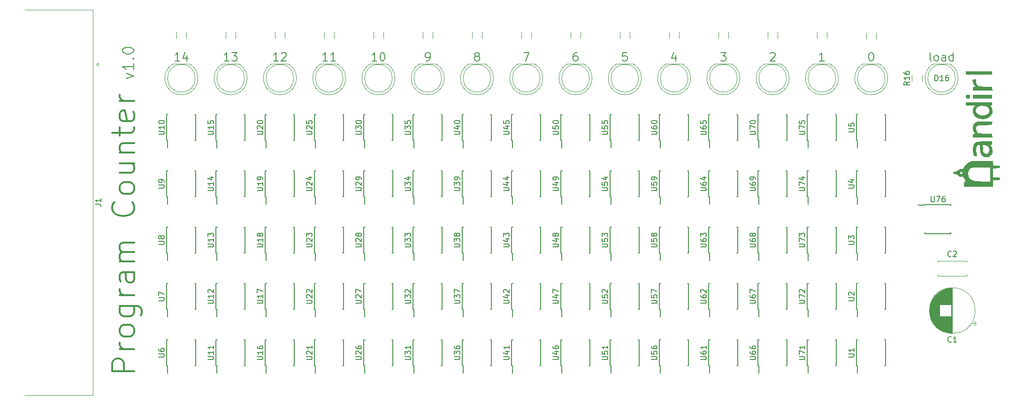
<source format=gbr>
G04 #@! TF.GenerationSoftware,KiCad,Pcbnew,5.1.5-52549c5~84~ubuntu18.04.1*
G04 #@! TF.CreationDate,2020-05-17T15:51:58-07:00*
G04 #@! TF.ProjectId,program_counter,70726f67-7261-46d5-9f63-6f756e746572,rev?*
G04 #@! TF.SameCoordinates,Original*
G04 #@! TF.FileFunction,Legend,Top*
G04 #@! TF.FilePolarity,Positive*
%FSLAX46Y46*%
G04 Gerber Fmt 4.6, Leading zero omitted, Abs format (unit mm)*
G04 Created by KiCad (PCBNEW 5.1.5-52549c5~84~ubuntu18.04.1) date 2020-05-17 15:51:58*
%MOMM*%
%LPD*%
G04 APERTURE LIST*
%ADD10C,0.200000*%
%ADD11C,0.150000*%
%ADD12C,0.350000*%
%ADD13C,0.010000*%
%ADD14C,0.120000*%
G04 APERTURE END LIST*
D10*
X81486428Y-74993142D02*
X82819761Y-74516952D01*
X81486428Y-74040761D01*
X82819761Y-72231238D02*
X82819761Y-73374095D01*
X82819761Y-72802666D02*
X80819761Y-72802666D01*
X81105476Y-72993142D01*
X81295952Y-73183619D01*
X81391190Y-73374095D01*
X82629285Y-71374095D02*
X82724523Y-71278857D01*
X82819761Y-71374095D01*
X82724523Y-71469333D01*
X82629285Y-71374095D01*
X82819761Y-71374095D01*
X80819761Y-70040761D02*
X80819761Y-69850285D01*
X80915000Y-69659809D01*
X81010238Y-69564571D01*
X81200714Y-69469333D01*
X81581666Y-69374095D01*
X82057857Y-69374095D01*
X82438809Y-69469333D01*
X82629285Y-69564571D01*
X82724523Y-69659809D01*
X82819761Y-69850285D01*
X82819761Y-70040761D01*
X82724523Y-70231238D01*
X82629285Y-70326476D01*
X82438809Y-70421714D01*
X82057857Y-70516952D01*
X81581666Y-70516952D01*
X81200714Y-70421714D01*
X81010238Y-70326476D01*
X80915000Y-70231238D01*
X80819761Y-70040761D01*
D11*
X226742857Y-71798571D02*
X226600000Y-71727142D01*
X226528571Y-71584285D01*
X226528571Y-70298571D01*
X227528571Y-71798571D02*
X227385714Y-71727142D01*
X227314285Y-71655714D01*
X227242857Y-71512857D01*
X227242857Y-71084285D01*
X227314285Y-70941428D01*
X227385714Y-70870000D01*
X227528571Y-70798571D01*
X227742857Y-70798571D01*
X227885714Y-70870000D01*
X227957142Y-70941428D01*
X228028571Y-71084285D01*
X228028571Y-71512857D01*
X227957142Y-71655714D01*
X227885714Y-71727142D01*
X227742857Y-71798571D01*
X227528571Y-71798571D01*
X229314285Y-71798571D02*
X229314285Y-71012857D01*
X229242857Y-70870000D01*
X229100000Y-70798571D01*
X228814285Y-70798571D01*
X228671428Y-70870000D01*
X229314285Y-71727142D02*
X229171428Y-71798571D01*
X228814285Y-71798571D01*
X228671428Y-71727142D01*
X228600000Y-71584285D01*
X228600000Y-71441428D01*
X228671428Y-71298571D01*
X228814285Y-71227142D01*
X229171428Y-71227142D01*
X229314285Y-71155714D01*
X230671428Y-71798571D02*
X230671428Y-70298571D01*
X230671428Y-71727142D02*
X230528571Y-71798571D01*
X230242857Y-71798571D01*
X230100000Y-71727142D01*
X230028571Y-71655714D01*
X229957142Y-71512857D01*
X229957142Y-71084285D01*
X230028571Y-70941428D01*
X230100000Y-70870000D01*
X230242857Y-70798571D01*
X230528571Y-70798571D01*
X230671428Y-70870000D01*
X215828571Y-70298571D02*
X215971428Y-70298571D01*
X216114285Y-70370000D01*
X216185714Y-70441428D01*
X216257142Y-70584285D01*
X216328571Y-70870000D01*
X216328571Y-71227142D01*
X216257142Y-71512857D01*
X216185714Y-71655714D01*
X216114285Y-71727142D01*
X215971428Y-71798571D01*
X215828571Y-71798571D01*
X215685714Y-71727142D01*
X215614285Y-71655714D01*
X215542857Y-71512857D01*
X215471428Y-71227142D01*
X215471428Y-70870000D01*
X215542857Y-70584285D01*
X215614285Y-70441428D01*
X215685714Y-70370000D01*
X215828571Y-70298571D01*
X207438571Y-71798571D02*
X206581428Y-71798571D01*
X207010000Y-71798571D02*
X207010000Y-70298571D01*
X206867142Y-70512857D01*
X206724285Y-70655714D01*
X206581428Y-70727142D01*
X197691428Y-70441428D02*
X197762857Y-70370000D01*
X197905714Y-70298571D01*
X198262857Y-70298571D01*
X198405714Y-70370000D01*
X198477142Y-70441428D01*
X198548571Y-70584285D01*
X198548571Y-70727142D01*
X198477142Y-70941428D01*
X197620000Y-71798571D01*
X198548571Y-71798571D01*
X188730000Y-70298571D02*
X189658571Y-70298571D01*
X189158571Y-70870000D01*
X189372857Y-70870000D01*
X189515714Y-70941428D01*
X189587142Y-71012857D01*
X189658571Y-71155714D01*
X189658571Y-71512857D01*
X189587142Y-71655714D01*
X189515714Y-71727142D01*
X189372857Y-71798571D01*
X188944285Y-71798571D01*
X188801428Y-71727142D01*
X188730000Y-71655714D01*
X180625714Y-70798571D02*
X180625714Y-71798571D01*
X180268571Y-70227142D02*
X179911428Y-71298571D01*
X180840000Y-71298571D01*
X171807142Y-70298571D02*
X171092857Y-70298571D01*
X171021428Y-71012857D01*
X171092857Y-70941428D01*
X171235714Y-70870000D01*
X171592857Y-70870000D01*
X171735714Y-70941428D01*
X171807142Y-71012857D01*
X171878571Y-71155714D01*
X171878571Y-71512857D01*
X171807142Y-71655714D01*
X171735714Y-71727142D01*
X171592857Y-71798571D01*
X171235714Y-71798571D01*
X171092857Y-71727142D01*
X171021428Y-71655714D01*
X162845714Y-70298571D02*
X162560000Y-70298571D01*
X162417142Y-70370000D01*
X162345714Y-70441428D01*
X162202857Y-70655714D01*
X162131428Y-70941428D01*
X162131428Y-71512857D01*
X162202857Y-71655714D01*
X162274285Y-71727142D01*
X162417142Y-71798571D01*
X162702857Y-71798571D01*
X162845714Y-71727142D01*
X162917142Y-71655714D01*
X162988571Y-71512857D01*
X162988571Y-71155714D01*
X162917142Y-71012857D01*
X162845714Y-70941428D01*
X162702857Y-70870000D01*
X162417142Y-70870000D01*
X162274285Y-70941428D01*
X162202857Y-71012857D01*
X162131428Y-71155714D01*
X153170000Y-70298571D02*
X154170000Y-70298571D01*
X153527142Y-71798571D01*
X144637142Y-70941428D02*
X144494285Y-70870000D01*
X144422857Y-70798571D01*
X144351428Y-70655714D01*
X144351428Y-70584285D01*
X144422857Y-70441428D01*
X144494285Y-70370000D01*
X144637142Y-70298571D01*
X144922857Y-70298571D01*
X145065714Y-70370000D01*
X145137142Y-70441428D01*
X145208571Y-70584285D01*
X145208571Y-70655714D01*
X145137142Y-70798571D01*
X145065714Y-70870000D01*
X144922857Y-70941428D01*
X144637142Y-70941428D01*
X144494285Y-71012857D01*
X144422857Y-71084285D01*
X144351428Y-71227142D01*
X144351428Y-71512857D01*
X144422857Y-71655714D01*
X144494285Y-71727142D01*
X144637142Y-71798571D01*
X144922857Y-71798571D01*
X145065714Y-71727142D01*
X145137142Y-71655714D01*
X145208571Y-71512857D01*
X145208571Y-71227142D01*
X145137142Y-71084285D01*
X145065714Y-71012857D01*
X144922857Y-70941428D01*
X135604285Y-71798571D02*
X135890000Y-71798571D01*
X136032857Y-71727142D01*
X136104285Y-71655714D01*
X136247142Y-71441428D01*
X136318571Y-71155714D01*
X136318571Y-70584285D01*
X136247142Y-70441428D01*
X136175714Y-70370000D01*
X136032857Y-70298571D01*
X135747142Y-70298571D01*
X135604285Y-70370000D01*
X135532857Y-70441428D01*
X135461428Y-70584285D01*
X135461428Y-70941428D01*
X135532857Y-71084285D01*
X135604285Y-71155714D01*
X135747142Y-71227142D01*
X136032857Y-71227142D01*
X136175714Y-71155714D01*
X136247142Y-71084285D01*
X136318571Y-70941428D01*
X126714285Y-71798571D02*
X125857142Y-71798571D01*
X126285714Y-71798571D02*
X126285714Y-70298571D01*
X126142857Y-70512857D01*
X126000000Y-70655714D01*
X125857142Y-70727142D01*
X127642857Y-70298571D02*
X127785714Y-70298571D01*
X127928571Y-70370000D01*
X128000000Y-70441428D01*
X128071428Y-70584285D01*
X128142857Y-70870000D01*
X128142857Y-71227142D01*
X128071428Y-71512857D01*
X128000000Y-71655714D01*
X127928571Y-71727142D01*
X127785714Y-71798571D01*
X127642857Y-71798571D01*
X127500000Y-71727142D01*
X127428571Y-71655714D01*
X127357142Y-71512857D01*
X127285714Y-71227142D01*
X127285714Y-70870000D01*
X127357142Y-70584285D01*
X127428571Y-70441428D01*
X127500000Y-70370000D01*
X127642857Y-70298571D01*
X117824285Y-71798571D02*
X116967142Y-71798571D01*
X117395714Y-71798571D02*
X117395714Y-70298571D01*
X117252857Y-70512857D01*
X117110000Y-70655714D01*
X116967142Y-70727142D01*
X119252857Y-71798571D02*
X118395714Y-71798571D01*
X118824285Y-71798571D02*
X118824285Y-70298571D01*
X118681428Y-70512857D01*
X118538571Y-70655714D01*
X118395714Y-70727142D01*
X108934285Y-71798571D02*
X108077142Y-71798571D01*
X108505714Y-71798571D02*
X108505714Y-70298571D01*
X108362857Y-70512857D01*
X108220000Y-70655714D01*
X108077142Y-70727142D01*
X109505714Y-70441428D02*
X109577142Y-70370000D01*
X109720000Y-70298571D01*
X110077142Y-70298571D01*
X110220000Y-70370000D01*
X110291428Y-70441428D01*
X110362857Y-70584285D01*
X110362857Y-70727142D01*
X110291428Y-70941428D01*
X109434285Y-71798571D01*
X110362857Y-71798571D01*
X100044285Y-71798571D02*
X99187142Y-71798571D01*
X99615714Y-71798571D02*
X99615714Y-70298571D01*
X99472857Y-70512857D01*
X99330000Y-70655714D01*
X99187142Y-70727142D01*
X100544285Y-70298571D02*
X101472857Y-70298571D01*
X100972857Y-70870000D01*
X101187142Y-70870000D01*
X101330000Y-70941428D01*
X101401428Y-71012857D01*
X101472857Y-71155714D01*
X101472857Y-71512857D01*
X101401428Y-71655714D01*
X101330000Y-71727142D01*
X101187142Y-71798571D01*
X100758571Y-71798571D01*
X100615714Y-71727142D01*
X100544285Y-71655714D01*
X91154285Y-71798571D02*
X90297142Y-71798571D01*
X90725714Y-71798571D02*
X90725714Y-70298571D01*
X90582857Y-70512857D01*
X90440000Y-70655714D01*
X90297142Y-70727142D01*
X92440000Y-70798571D02*
X92440000Y-71798571D01*
X92082857Y-70227142D02*
X91725714Y-71298571D01*
X92654285Y-71298571D01*
D12*
X82962523Y-127790666D02*
X78962523Y-127790666D01*
X78962523Y-126266857D01*
X79153000Y-125885904D01*
X79343476Y-125695428D01*
X79724428Y-125504952D01*
X80295857Y-125504952D01*
X80676809Y-125695428D01*
X80867285Y-125885904D01*
X81057761Y-126266857D01*
X81057761Y-127790666D01*
X82962523Y-123790666D02*
X80295857Y-123790666D01*
X81057761Y-123790666D02*
X80676809Y-123600190D01*
X80486333Y-123409714D01*
X80295857Y-123028761D01*
X80295857Y-122647809D01*
X82962523Y-120743047D02*
X82772047Y-121124000D01*
X82581571Y-121314476D01*
X82200619Y-121504952D01*
X81057761Y-121504952D01*
X80676809Y-121314476D01*
X80486333Y-121124000D01*
X80295857Y-120743047D01*
X80295857Y-120171619D01*
X80486333Y-119790666D01*
X80676809Y-119600190D01*
X81057761Y-119409714D01*
X82200619Y-119409714D01*
X82581571Y-119600190D01*
X82772047Y-119790666D01*
X82962523Y-120171619D01*
X82962523Y-120743047D01*
X80295857Y-115981142D02*
X83533952Y-115981142D01*
X83914904Y-116171619D01*
X84105380Y-116362095D01*
X84295857Y-116743047D01*
X84295857Y-117314476D01*
X84105380Y-117695428D01*
X82772047Y-115981142D02*
X82962523Y-116362095D01*
X82962523Y-117124000D01*
X82772047Y-117504952D01*
X82581571Y-117695428D01*
X82200619Y-117885904D01*
X81057761Y-117885904D01*
X80676809Y-117695428D01*
X80486333Y-117504952D01*
X80295857Y-117124000D01*
X80295857Y-116362095D01*
X80486333Y-115981142D01*
X82962523Y-114076380D02*
X80295857Y-114076380D01*
X81057761Y-114076380D02*
X80676809Y-113885904D01*
X80486333Y-113695428D01*
X80295857Y-113314476D01*
X80295857Y-112933523D01*
X82962523Y-109885904D02*
X80867285Y-109885904D01*
X80486333Y-110076380D01*
X80295857Y-110457333D01*
X80295857Y-111219238D01*
X80486333Y-111600190D01*
X82772047Y-109885904D02*
X82962523Y-110266857D01*
X82962523Y-111219238D01*
X82772047Y-111600190D01*
X82391095Y-111790666D01*
X82010142Y-111790666D01*
X81629190Y-111600190D01*
X81438714Y-111219238D01*
X81438714Y-110266857D01*
X81248238Y-109885904D01*
X82962523Y-107981142D02*
X80295857Y-107981142D01*
X80676809Y-107981142D02*
X80486333Y-107790666D01*
X80295857Y-107409714D01*
X80295857Y-106838285D01*
X80486333Y-106457333D01*
X80867285Y-106266857D01*
X82962523Y-106266857D01*
X80867285Y-106266857D02*
X80486333Y-106076380D01*
X80295857Y-105695428D01*
X80295857Y-105124000D01*
X80486333Y-104743047D01*
X80867285Y-104552571D01*
X82962523Y-104552571D01*
X82581571Y-97314476D02*
X82772047Y-97504952D01*
X82962523Y-98076380D01*
X82962523Y-98457333D01*
X82772047Y-99028761D01*
X82391095Y-99409714D01*
X82010142Y-99600190D01*
X81248238Y-99790666D01*
X80676809Y-99790666D01*
X79914904Y-99600190D01*
X79533952Y-99409714D01*
X79153000Y-99028761D01*
X78962523Y-98457333D01*
X78962523Y-98076380D01*
X79153000Y-97504952D01*
X79343476Y-97314476D01*
X82962523Y-95028761D02*
X82772047Y-95409714D01*
X82581571Y-95600190D01*
X82200619Y-95790666D01*
X81057761Y-95790666D01*
X80676809Y-95600190D01*
X80486333Y-95409714D01*
X80295857Y-95028761D01*
X80295857Y-94457333D01*
X80486333Y-94076380D01*
X80676809Y-93885904D01*
X81057761Y-93695428D01*
X82200619Y-93695428D01*
X82581571Y-93885904D01*
X82772047Y-94076380D01*
X82962523Y-94457333D01*
X82962523Y-95028761D01*
X80295857Y-90266857D02*
X82962523Y-90266857D01*
X80295857Y-91981142D02*
X82391095Y-91981142D01*
X82772047Y-91790666D01*
X82962523Y-91409714D01*
X82962523Y-90838285D01*
X82772047Y-90457333D01*
X82581571Y-90266857D01*
X80295857Y-88362095D02*
X82962523Y-88362095D01*
X80676809Y-88362095D02*
X80486333Y-88171619D01*
X80295857Y-87790666D01*
X80295857Y-87219238D01*
X80486333Y-86838285D01*
X80867285Y-86647809D01*
X82962523Y-86647809D01*
X80295857Y-85314476D02*
X80295857Y-83790666D01*
X78962523Y-84743047D02*
X82391095Y-84743047D01*
X82772047Y-84552571D01*
X82962523Y-84171619D01*
X82962523Y-83790666D01*
X82772047Y-80933523D02*
X82962523Y-81314476D01*
X82962523Y-82076380D01*
X82772047Y-82457333D01*
X82391095Y-82647809D01*
X80867285Y-82647809D01*
X80486333Y-82457333D01*
X80295857Y-82076380D01*
X80295857Y-81314476D01*
X80486333Y-80933523D01*
X80867285Y-80743047D01*
X81248238Y-80743047D01*
X81629190Y-82647809D01*
X82962523Y-79028761D02*
X80295857Y-79028761D01*
X81057761Y-79028761D02*
X80676809Y-78838285D01*
X80486333Y-78647809D01*
X80295857Y-78266857D01*
X80295857Y-77885904D01*
D13*
G36*
X233012919Y-77999935D02*
G01*
X233076224Y-77915617D01*
X233241401Y-77893996D01*
X233341333Y-77893333D01*
X233558169Y-77902304D01*
X233654533Y-77957696D01*
X233679243Y-78102226D01*
X233680000Y-78189666D01*
X233669747Y-78379398D01*
X233606442Y-78463716D01*
X233441266Y-78485337D01*
X233341333Y-78486000D01*
X233124497Y-78477029D01*
X233028134Y-78421637D01*
X233003424Y-78277107D01*
X233002667Y-78189666D01*
X233012919Y-77999935D01*
G37*
X233012919Y-77999935D02*
X233076224Y-77915617D01*
X233241401Y-77893996D01*
X233341333Y-77893333D01*
X233558169Y-77902304D01*
X233654533Y-77957696D01*
X233679243Y-78102226D01*
X233680000Y-78189666D01*
X233669747Y-78379398D01*
X233606442Y-78463716D01*
X233441266Y-78485337D01*
X233341333Y-78486000D01*
X233124497Y-78477029D01*
X233028134Y-78421637D01*
X233003424Y-78277107D01*
X233002667Y-78189666D01*
X233012919Y-77999935D01*
G36*
X237659333Y-73660000D02*
G01*
X237659333Y-74168000D01*
X233002667Y-74168000D01*
X233002667Y-73660000D01*
X237659333Y-73660000D01*
G37*
X237659333Y-73660000D02*
X237659333Y-74168000D01*
X233002667Y-74168000D01*
X233002667Y-73660000D01*
X237659333Y-73660000D01*
G36*
X234207145Y-75176441D02*
G01*
X234299644Y-75109542D01*
X234463167Y-75099333D01*
X234626283Y-75107128D01*
X234707443Y-75159724D01*
X234735260Y-75300940D01*
X234738333Y-75520742D01*
X234757678Y-75810701D01*
X234834092Y-76011048D01*
X234972861Y-76176909D01*
X235071351Y-76269442D01*
X235171719Y-76334976D01*
X235305088Y-76379503D01*
X235502580Y-76409014D01*
X235795316Y-76429501D01*
X236214418Y-76446955D01*
X236412195Y-76454000D01*
X237617000Y-76496333D01*
X237643531Y-76771500D01*
X237670062Y-77046666D01*
X234272667Y-77046666D01*
X234272667Y-76750333D01*
X234287802Y-76550544D01*
X234358951Y-76468658D01*
X234499092Y-76454000D01*
X234725517Y-76454000D01*
X234547065Y-76263500D01*
X234306839Y-75893133D01*
X234193187Y-75459139D01*
X234188000Y-75347821D01*
X234207145Y-75176441D01*
G37*
X234207145Y-75176441D02*
X234299644Y-75109542D01*
X234463167Y-75099333D01*
X234626283Y-75107128D01*
X234707443Y-75159724D01*
X234735260Y-75300940D01*
X234738333Y-75520742D01*
X234757678Y-75810701D01*
X234834092Y-76011048D01*
X234972861Y-76176909D01*
X235071351Y-76269442D01*
X235171719Y-76334976D01*
X235305088Y-76379503D01*
X235502580Y-76409014D01*
X235795316Y-76429501D01*
X236214418Y-76446955D01*
X236412195Y-76454000D01*
X237617000Y-76496333D01*
X237643531Y-76771500D01*
X237670062Y-77046666D01*
X234272667Y-77046666D01*
X234272667Y-76750333D01*
X234287802Y-76550544D01*
X234358951Y-76468658D01*
X234499092Y-76454000D01*
X234725517Y-76454000D01*
X234547065Y-76263500D01*
X234306839Y-75893133D01*
X234193187Y-75459139D01*
X234188000Y-75347821D01*
X234207145Y-75176441D01*
G36*
X237659333Y-77893333D02*
G01*
X237659333Y-78486000D01*
X234272667Y-78486000D01*
X234272667Y-77893333D01*
X237659333Y-77893333D01*
G37*
X237659333Y-77893333D02*
X237659333Y-78486000D01*
X234272667Y-78486000D01*
X234272667Y-77893333D01*
X237659333Y-77893333D01*
G36*
X234281191Y-83443003D02*
G01*
X234401741Y-83193538D01*
X234590813Y-83016126D01*
X234777440Y-82909833D01*
X234941224Y-82834769D01*
X235107492Y-82782337D01*
X235310394Y-82748558D01*
X235584080Y-82729453D01*
X235962700Y-82721044D01*
X236412638Y-82719333D01*
X237670062Y-82719333D01*
X237643531Y-82994500D01*
X237617000Y-83269666D01*
X236318099Y-83312000D01*
X235821183Y-83329482D01*
X235465333Y-83347446D01*
X235222333Y-83370573D01*
X235063967Y-83403540D01*
X234962019Y-83451028D01*
X234888274Y-83517716D01*
X234857599Y-83554213D01*
X234712280Y-83857049D01*
X234719454Y-84190936D01*
X234876183Y-84519734D01*
X234942762Y-84601831D01*
X235189524Y-84878333D01*
X236403262Y-84920666D01*
X237617000Y-84963000D01*
X237643531Y-85238166D01*
X237670062Y-85513333D01*
X234272667Y-85513333D01*
X234272667Y-85217000D01*
X234288118Y-85016939D01*
X234359234Y-84934981D01*
X234491859Y-84920666D01*
X234711052Y-84920666D01*
X234495228Y-84664174D01*
X234273345Y-84276164D01*
X234207018Y-83840490D01*
X234281191Y-83443003D01*
G37*
X234281191Y-83443003D02*
X234401741Y-83193538D01*
X234590813Y-83016126D01*
X234777440Y-82909833D01*
X234941224Y-82834769D01*
X235107492Y-82782337D01*
X235310394Y-82748558D01*
X235584080Y-82729453D01*
X235962700Y-82721044D01*
X236412638Y-82719333D01*
X237670062Y-82719333D01*
X237643531Y-82994500D01*
X237617000Y-83269666D01*
X236318099Y-83312000D01*
X235821183Y-83329482D01*
X235465333Y-83347446D01*
X235222333Y-83370573D01*
X235063967Y-83403540D01*
X234962019Y-83451028D01*
X234888274Y-83517716D01*
X234857599Y-83554213D01*
X234712280Y-83857049D01*
X234719454Y-84190936D01*
X234876183Y-84519734D01*
X234942762Y-84601831D01*
X235189524Y-84878333D01*
X236403262Y-84920666D01*
X237617000Y-84963000D01*
X237643531Y-85238166D01*
X237670062Y-85513333D01*
X234272667Y-85513333D01*
X234272667Y-85217000D01*
X234288118Y-85016939D01*
X234359234Y-84934981D01*
X234491859Y-84920666D01*
X234711052Y-84920666D01*
X234495228Y-84664174D01*
X234273345Y-84276164D01*
X234207018Y-83840490D01*
X234281191Y-83443003D01*
G36*
X237659333Y-79248000D02*
G01*
X237659333Y-79502000D01*
X237636796Y-79683285D01*
X237539874Y-79749698D01*
X237443358Y-79756000D01*
X237227382Y-79756000D01*
X237443131Y-80038861D01*
X237626312Y-80388395D01*
X237708847Y-80788394D01*
X237680990Y-81171595D01*
X237629060Y-81322333D01*
X237359688Y-81707086D01*
X236955703Y-82003528D01*
X236793064Y-82080292D01*
X236412761Y-82177663D01*
X236082587Y-82198596D01*
X236082587Y-81616822D01*
X236498921Y-81546046D01*
X236852825Y-81400295D01*
X237096287Y-81187777D01*
X237097935Y-81185438D01*
X237226332Y-80866391D01*
X237201623Y-80526501D01*
X237027799Y-80208122D01*
X237003167Y-80179974D01*
X236692939Y-79957661D01*
X236276560Y-79835186D01*
X235790338Y-79820850D01*
X235563833Y-79850902D01*
X235181470Y-79983928D01*
X234905486Y-80204643D01*
X234741746Y-80481749D01*
X234696114Y-80783949D01*
X234774457Y-81079946D01*
X234982639Y-81338442D01*
X235254679Y-81500610D01*
X235651835Y-81604414D01*
X236082587Y-81616822D01*
X236082587Y-82198596D01*
X235953826Y-82206760D01*
X235492036Y-82168823D01*
X235103167Y-82065089D01*
X235073497Y-82052188D01*
X234668020Y-81791772D01*
X234383632Y-81451102D01*
X234228650Y-81059774D01*
X234211390Y-80647381D01*
X234340170Y-80243520D01*
X234499032Y-80007972D01*
X234711052Y-79756000D01*
X233002667Y-79756000D01*
X233002667Y-79248000D01*
X237659333Y-79248000D01*
G37*
X237659333Y-79248000D02*
X237659333Y-79502000D01*
X237636796Y-79683285D01*
X237539874Y-79749698D01*
X237443358Y-79756000D01*
X237227382Y-79756000D01*
X237443131Y-80038861D01*
X237626312Y-80388395D01*
X237708847Y-80788394D01*
X237680990Y-81171595D01*
X237629060Y-81322333D01*
X237359688Y-81707086D01*
X236955703Y-82003528D01*
X236793064Y-82080292D01*
X236412761Y-82177663D01*
X236082587Y-82198596D01*
X236082587Y-81616822D01*
X236498921Y-81546046D01*
X236852825Y-81400295D01*
X237096287Y-81187777D01*
X237097935Y-81185438D01*
X237226332Y-80866391D01*
X237201623Y-80526501D01*
X237027799Y-80208122D01*
X237003167Y-80179974D01*
X236692939Y-79957661D01*
X236276560Y-79835186D01*
X235790338Y-79820850D01*
X235563833Y-79850902D01*
X235181470Y-79983928D01*
X234905486Y-80204643D01*
X234741746Y-80481749D01*
X234696114Y-80783949D01*
X234774457Y-81079946D01*
X234982639Y-81338442D01*
X235254679Y-81500610D01*
X235651835Y-81604414D01*
X236082587Y-81616822D01*
X236082587Y-82198596D01*
X235953826Y-82206760D01*
X235492036Y-82168823D01*
X235103167Y-82065089D01*
X235073497Y-82052188D01*
X234668020Y-81791772D01*
X234383632Y-81451102D01*
X234228650Y-81059774D01*
X234211390Y-80647381D01*
X234340170Y-80243520D01*
X234499032Y-80007972D01*
X234711052Y-79756000D01*
X233002667Y-79756000D01*
X233002667Y-79248000D01*
X237659333Y-79248000D01*
G36*
X234223670Y-87585043D02*
G01*
X234286323Y-87193916D01*
X234406164Y-86900417D01*
X234425237Y-86872981D01*
X234594839Y-86673522D01*
X234782423Y-86526543D01*
X235017187Y-86423451D01*
X235328330Y-86355653D01*
X235745049Y-86314557D01*
X236296541Y-86291569D01*
X236410500Y-86288734D01*
X237659333Y-86259802D01*
X237659333Y-86563901D01*
X237645119Y-86767050D01*
X237577615Y-86851708D01*
X237432908Y-86868000D01*
X237206483Y-86868000D01*
X237392597Y-87066109D01*
X237624221Y-87428936D01*
X237726248Y-87856852D01*
X237691649Y-88298109D01*
X237595702Y-88561333D01*
X237361031Y-88865887D01*
X237045281Y-89054262D01*
X236686904Y-89127376D01*
X236490847Y-89105082D01*
X236490847Y-88547783D01*
X236751186Y-88546088D01*
X236974764Y-88426449D01*
X237139141Y-88214463D01*
X237221878Y-87935726D01*
X237200536Y-87615837D01*
X237112729Y-87383212D01*
X236914758Y-87153652D01*
X236615134Y-86971929D01*
X236281194Y-86875046D01*
X236175159Y-86868000D01*
X235944243Y-86868000D01*
X235984260Y-87559269D01*
X236011483Y-87917624D01*
X236050425Y-88149060D01*
X236112702Y-88295989D01*
X236209935Y-88400825D01*
X236216185Y-88405936D01*
X236490847Y-88547783D01*
X236490847Y-89105082D01*
X236324352Y-89086149D01*
X235996078Y-88931499D01*
X235740533Y-88664346D01*
X235662595Y-88515134D01*
X235598916Y-88268958D01*
X235556490Y-87914424D01*
X235542667Y-87548053D01*
X235538974Y-87209333D01*
X235522432Y-87006028D01*
X235484848Y-86904285D01*
X235418025Y-86870249D01*
X235378054Y-86868000D01*
X235204328Y-86921070D01*
X235001935Y-87050338D01*
X234984043Y-87065321D01*
X234809384Y-87315534D01*
X234714723Y-87665068D01*
X234706305Y-88060817D01*
X234790376Y-88449673D01*
X234814064Y-88510672D01*
X234910312Y-88747579D01*
X234931084Y-88864126D01*
X234862443Y-88897705D01*
X234690448Y-88885714D01*
X234674833Y-88884198D01*
X234508012Y-88853278D01*
X234407087Y-88771553D01*
X234333567Y-88594073D01*
X234289555Y-88434333D01*
X234223112Y-88017335D01*
X234223670Y-87585043D01*
G37*
X234223670Y-87585043D02*
X234286323Y-87193916D01*
X234406164Y-86900417D01*
X234425237Y-86872981D01*
X234594839Y-86673522D01*
X234782423Y-86526543D01*
X235017187Y-86423451D01*
X235328330Y-86355653D01*
X235745049Y-86314557D01*
X236296541Y-86291569D01*
X236410500Y-86288734D01*
X237659333Y-86259802D01*
X237659333Y-86563901D01*
X237645119Y-86767050D01*
X237577615Y-86851708D01*
X237432908Y-86868000D01*
X237206483Y-86868000D01*
X237392597Y-87066109D01*
X237624221Y-87428936D01*
X237726248Y-87856852D01*
X237691649Y-88298109D01*
X237595702Y-88561333D01*
X237361031Y-88865887D01*
X237045281Y-89054262D01*
X236686904Y-89127376D01*
X236490847Y-89105082D01*
X236490847Y-88547783D01*
X236751186Y-88546088D01*
X236974764Y-88426449D01*
X237139141Y-88214463D01*
X237221878Y-87935726D01*
X237200536Y-87615837D01*
X237112729Y-87383212D01*
X236914758Y-87153652D01*
X236615134Y-86971929D01*
X236281194Y-86875046D01*
X236175159Y-86868000D01*
X235944243Y-86868000D01*
X235984260Y-87559269D01*
X236011483Y-87917624D01*
X236050425Y-88149060D01*
X236112702Y-88295989D01*
X236209935Y-88400825D01*
X236216185Y-88405936D01*
X236490847Y-88547783D01*
X236490847Y-89105082D01*
X236324352Y-89086149D01*
X235996078Y-88931499D01*
X235740533Y-88664346D01*
X235662595Y-88515134D01*
X235598916Y-88268958D01*
X235556490Y-87914424D01*
X235542667Y-87548053D01*
X235538974Y-87209333D01*
X235522432Y-87006028D01*
X235484848Y-86904285D01*
X235418025Y-86870249D01*
X235378054Y-86868000D01*
X235204328Y-86921070D01*
X235001935Y-87050338D01*
X234984043Y-87065321D01*
X234809384Y-87315534D01*
X234714723Y-87665068D01*
X234706305Y-88060817D01*
X234790376Y-88449673D01*
X234814064Y-88510672D01*
X234910312Y-88747579D01*
X234931084Y-88864126D01*
X234862443Y-88897705D01*
X234690448Y-88885714D01*
X234674833Y-88884198D01*
X234508012Y-88853278D01*
X234407087Y-88771553D01*
X234333567Y-88594073D01*
X234289555Y-88434333D01*
X234223112Y-88017335D01*
X234223670Y-87585043D01*
G36*
X230748745Y-91832554D02*
G01*
X230874942Y-91785004D01*
X231021364Y-91778666D01*
X231281069Y-91736305D01*
X231503866Y-91584480D01*
X231571645Y-91515769D01*
X231760332Y-91344142D01*
X231940943Y-91280031D01*
X232151803Y-91284777D01*
X232369913Y-91292962D01*
X232495535Y-91236149D01*
X232594937Y-91074239D01*
X232631724Y-90994364D01*
X232880836Y-90612336D01*
X233245339Y-90268116D01*
X233671611Y-90009942D01*
X233772829Y-89967777D01*
X233924176Y-89919642D01*
X234104940Y-89884465D01*
X234340531Y-89860883D01*
X234656354Y-89847530D01*
X235077820Y-89843042D01*
X235630336Y-89846053D01*
X235966000Y-89849974D01*
X237786333Y-89873666D01*
X237811991Y-90272215D01*
X237837649Y-90670763D01*
X238446991Y-90695548D01*
X238764463Y-90713279D01*
X238948129Y-90741784D01*
X239033515Y-90792381D01*
X239056147Y-90876388D01*
X239056333Y-90889666D01*
X239039115Y-90978327D01*
X238963855Y-91032397D01*
X238795139Y-91063079D01*
X238497559Y-91081576D01*
X238442500Y-91083876D01*
X237828667Y-91108752D01*
X237828667Y-92787248D01*
X238441602Y-92812124D01*
X238778566Y-92834525D01*
X238976850Y-92872886D01*
X239066894Y-92934651D01*
X239079529Y-92968128D01*
X239068846Y-93118678D01*
X239045149Y-93158628D01*
X238936128Y-93188509D01*
X238707295Y-93209834D01*
X238408127Y-93218000D01*
X237828667Y-93218000D01*
X237828667Y-94403333D01*
X237405333Y-94403333D01*
X237405333Y-93575549D01*
X237405333Y-90922316D01*
X235675610Y-90948325D01*
X235087000Y-90958301D01*
X234642925Y-90969811D01*
X234318594Y-90985413D01*
X234089210Y-91007663D01*
X233929980Y-91039119D01*
X233816111Y-91082337D01*
X233722808Y-91139874D01*
X233707110Y-91151336D01*
X233442670Y-91442662D01*
X233304889Y-91804423D01*
X233288067Y-92201434D01*
X233386505Y-92598513D01*
X233594504Y-92960477D01*
X233906363Y-93252142D01*
X234062117Y-93342836D01*
X234209552Y-93405314D01*
X234382569Y-93451966D01*
X234609952Y-93485919D01*
X234920483Y-93510300D01*
X235342945Y-93528237D01*
X235902500Y-93542777D01*
X237405333Y-93575549D01*
X237405333Y-94403333D01*
X232664000Y-94403333D01*
X232664000Y-93980000D01*
X232672915Y-93726083D01*
X232710756Y-93599445D01*
X232794167Y-93558478D01*
X232833333Y-93556666D01*
X232979933Y-93515902D01*
X232977329Y-93409729D01*
X232888745Y-93313521D01*
X232782215Y-93178453D01*
X232659760Y-92960987D01*
X232630600Y-92899145D01*
X232525850Y-92696484D01*
X232414980Y-92611624D01*
X232231069Y-92604320D01*
X232151803Y-92611222D01*
X232061758Y-92611471D01*
X232061758Y-92188241D01*
X232258974Y-92155404D01*
X232388815Y-92029207D01*
X232407407Y-91948000D01*
X232368060Y-91848188D01*
X232335628Y-91792425D01*
X232204554Y-91715060D01*
X232061758Y-91707759D01*
X231903001Y-91777487D01*
X231859667Y-91948000D01*
X231904809Y-92120662D01*
X232061758Y-92188241D01*
X232061758Y-92611471D01*
X231911106Y-92611889D01*
X231734700Y-92533853D01*
X231571645Y-92380231D01*
X231345123Y-92190296D01*
X231103896Y-92120433D01*
X231021364Y-92117333D01*
X230813631Y-92099506D01*
X230728070Y-92029373D01*
X230716667Y-91948000D01*
X230748745Y-91832554D01*
G37*
X230748745Y-91832554D02*
X230874942Y-91785004D01*
X231021364Y-91778666D01*
X231281069Y-91736305D01*
X231503866Y-91584480D01*
X231571645Y-91515769D01*
X231760332Y-91344142D01*
X231940943Y-91280031D01*
X232151803Y-91284777D01*
X232369913Y-91292962D01*
X232495535Y-91236149D01*
X232594937Y-91074239D01*
X232631724Y-90994364D01*
X232880836Y-90612336D01*
X233245339Y-90268116D01*
X233671611Y-90009942D01*
X233772829Y-89967777D01*
X233924176Y-89919642D01*
X234104940Y-89884465D01*
X234340531Y-89860883D01*
X234656354Y-89847530D01*
X235077820Y-89843042D01*
X235630336Y-89846053D01*
X235966000Y-89849974D01*
X237786333Y-89873666D01*
X237811991Y-90272215D01*
X237837649Y-90670763D01*
X238446991Y-90695548D01*
X238764463Y-90713279D01*
X238948129Y-90741784D01*
X239033515Y-90792381D01*
X239056147Y-90876388D01*
X239056333Y-90889666D01*
X239039115Y-90978327D01*
X238963855Y-91032397D01*
X238795139Y-91063079D01*
X238497559Y-91081576D01*
X238442500Y-91083876D01*
X237828667Y-91108752D01*
X237828667Y-92787248D01*
X238441602Y-92812124D01*
X238778566Y-92834525D01*
X238976850Y-92872886D01*
X239066894Y-92934651D01*
X239079529Y-92968128D01*
X239068846Y-93118678D01*
X239045149Y-93158628D01*
X238936128Y-93188509D01*
X238707295Y-93209834D01*
X238408127Y-93218000D01*
X237828667Y-93218000D01*
X237828667Y-94403333D01*
X237405333Y-94403333D01*
X237405333Y-93575549D01*
X237405333Y-90922316D01*
X235675610Y-90948325D01*
X235087000Y-90958301D01*
X234642925Y-90969811D01*
X234318594Y-90985413D01*
X234089210Y-91007663D01*
X233929980Y-91039119D01*
X233816111Y-91082337D01*
X233722808Y-91139874D01*
X233707110Y-91151336D01*
X233442670Y-91442662D01*
X233304889Y-91804423D01*
X233288067Y-92201434D01*
X233386505Y-92598513D01*
X233594504Y-92960477D01*
X233906363Y-93252142D01*
X234062117Y-93342836D01*
X234209552Y-93405314D01*
X234382569Y-93451966D01*
X234609952Y-93485919D01*
X234920483Y-93510300D01*
X235342945Y-93528237D01*
X235902500Y-93542777D01*
X237405333Y-93575549D01*
X237405333Y-94403333D01*
X232664000Y-94403333D01*
X232664000Y-93980000D01*
X232672915Y-93726083D01*
X232710756Y-93599445D01*
X232794167Y-93558478D01*
X232833333Y-93556666D01*
X232979933Y-93515902D01*
X232977329Y-93409729D01*
X232888745Y-93313521D01*
X232782215Y-93178453D01*
X232659760Y-92960987D01*
X232630600Y-92899145D01*
X232525850Y-92696484D01*
X232414980Y-92611624D01*
X232231069Y-92604320D01*
X232151803Y-92611222D01*
X232061758Y-92611471D01*
X232061758Y-92188241D01*
X232258974Y-92155404D01*
X232388815Y-92029207D01*
X232407407Y-91948000D01*
X232368060Y-91848188D01*
X232335628Y-91792425D01*
X232204554Y-91715060D01*
X232061758Y-91707759D01*
X231903001Y-91777487D01*
X231859667Y-91948000D01*
X231904809Y-92120662D01*
X232061758Y-92188241D01*
X232061758Y-92611471D01*
X231911106Y-92611889D01*
X231734700Y-92533853D01*
X231571645Y-92380231D01*
X231345123Y-92190296D01*
X231103896Y-92120433D01*
X231021364Y-92117333D01*
X230813631Y-92099506D01*
X230728070Y-92029373D01*
X230716667Y-91948000D01*
X230748745Y-91832554D01*
D14*
X75981325Y-72390000D02*
X76414338Y-72140000D01*
X76414338Y-72640000D02*
X75981325Y-72390000D01*
X76414338Y-72140000D02*
X76414338Y-72640000D01*
X75520000Y-132080000D02*
X63180000Y-132080000D01*
X75520000Y-62560000D02*
X75520000Y-132080000D01*
X63180000Y-62560000D02*
X75520000Y-62560000D01*
X225065000Y-75532064D02*
X225065000Y-74327936D01*
X223245000Y-75532064D02*
X223245000Y-74327936D01*
X230145000Y-72370000D02*
X227055000Y-72370000D01*
X231100000Y-74930000D02*
G75*
G03X231100000Y-74930000I-2500000J0D01*
G01*
X228600462Y-77920000D02*
G75*
G02X227055170Y-72370000I-462J2990000D01*
G01*
X228599538Y-77920000D02*
G75*
G03X230144830Y-72370000I462J2990000D01*
G01*
D11*
X88940000Y-116625000D02*
X88940000Y-117975000D01*
X94065000Y-116625000D02*
X94065000Y-111975000D01*
X88815000Y-116625000D02*
X88815000Y-111975000D01*
X94065000Y-116625000D02*
X93840000Y-116625000D01*
X94065000Y-111975000D02*
X93840000Y-111975000D01*
X88815000Y-111975000D02*
X89040000Y-111975000D01*
X88815000Y-116625000D02*
X88940000Y-116625000D01*
X225640000Y-97830000D02*
X224290000Y-97830000D01*
X225640000Y-102955000D02*
X230290000Y-102955000D01*
X225640000Y-97705000D02*
X230290000Y-97705000D01*
X225640000Y-102955000D02*
X225640000Y-102730000D01*
X230290000Y-102955000D02*
X230290000Y-102730000D01*
X230290000Y-97705000D02*
X230290000Y-97930000D01*
X225640000Y-97705000D02*
X225640000Y-97830000D01*
X204510000Y-86145000D02*
X204510000Y-87495000D01*
X209635000Y-86145000D02*
X209635000Y-81495000D01*
X204385000Y-86145000D02*
X204385000Y-81495000D01*
X209635000Y-86145000D02*
X209410000Y-86145000D01*
X209635000Y-81495000D02*
X209410000Y-81495000D01*
X204385000Y-81495000D02*
X204610000Y-81495000D01*
X204385000Y-86145000D02*
X204510000Y-86145000D01*
X204510000Y-96305000D02*
X204510000Y-97655000D01*
X209635000Y-96305000D02*
X209635000Y-91655000D01*
X204385000Y-96305000D02*
X204385000Y-91655000D01*
X209635000Y-96305000D02*
X209410000Y-96305000D01*
X209635000Y-91655000D02*
X209410000Y-91655000D01*
X204385000Y-91655000D02*
X204610000Y-91655000D01*
X204385000Y-96305000D02*
X204510000Y-96305000D01*
X204510000Y-106465000D02*
X204510000Y-107815000D01*
X209635000Y-106465000D02*
X209635000Y-101815000D01*
X204385000Y-106465000D02*
X204385000Y-101815000D01*
X209635000Y-106465000D02*
X209410000Y-106465000D01*
X209635000Y-101815000D02*
X209410000Y-101815000D01*
X204385000Y-101815000D02*
X204610000Y-101815000D01*
X204385000Y-106465000D02*
X204510000Y-106465000D01*
X204510000Y-116625000D02*
X204510000Y-117975000D01*
X209635000Y-116625000D02*
X209635000Y-111975000D01*
X204385000Y-116625000D02*
X204385000Y-111975000D01*
X209635000Y-116625000D02*
X209410000Y-116625000D01*
X209635000Y-111975000D02*
X209410000Y-111975000D01*
X204385000Y-111975000D02*
X204610000Y-111975000D01*
X204385000Y-116625000D02*
X204510000Y-116625000D01*
X204510000Y-126785000D02*
X204510000Y-128135000D01*
X209635000Y-126785000D02*
X209635000Y-122135000D01*
X204385000Y-126785000D02*
X204385000Y-122135000D01*
X209635000Y-126785000D02*
X209410000Y-126785000D01*
X209635000Y-122135000D02*
X209410000Y-122135000D01*
X204385000Y-122135000D02*
X204610000Y-122135000D01*
X204385000Y-126785000D02*
X204510000Y-126785000D01*
X195620000Y-86145000D02*
X195620000Y-87495000D01*
X200745000Y-86145000D02*
X200745000Y-81495000D01*
X195495000Y-86145000D02*
X195495000Y-81495000D01*
X200745000Y-86145000D02*
X200520000Y-86145000D01*
X200745000Y-81495000D02*
X200520000Y-81495000D01*
X195495000Y-81495000D02*
X195720000Y-81495000D01*
X195495000Y-86145000D02*
X195620000Y-86145000D01*
X195620000Y-96305000D02*
X195620000Y-97655000D01*
X200745000Y-96305000D02*
X200745000Y-91655000D01*
X195495000Y-96305000D02*
X195495000Y-91655000D01*
X200745000Y-96305000D02*
X200520000Y-96305000D01*
X200745000Y-91655000D02*
X200520000Y-91655000D01*
X195495000Y-91655000D02*
X195720000Y-91655000D01*
X195495000Y-96305000D02*
X195620000Y-96305000D01*
X195620000Y-106465000D02*
X195620000Y-107815000D01*
X200745000Y-106465000D02*
X200745000Y-101815000D01*
X195495000Y-106465000D02*
X195495000Y-101815000D01*
X200745000Y-106465000D02*
X200520000Y-106465000D01*
X200745000Y-101815000D02*
X200520000Y-101815000D01*
X195495000Y-101815000D02*
X195720000Y-101815000D01*
X195495000Y-106465000D02*
X195620000Y-106465000D01*
X195620000Y-116625000D02*
X195620000Y-117975000D01*
X200745000Y-116625000D02*
X200745000Y-111975000D01*
X195495000Y-116625000D02*
X195495000Y-111975000D01*
X200745000Y-116625000D02*
X200520000Y-116625000D01*
X200745000Y-111975000D02*
X200520000Y-111975000D01*
X195495000Y-111975000D02*
X195720000Y-111975000D01*
X195495000Y-116625000D02*
X195620000Y-116625000D01*
X195620000Y-126785000D02*
X195620000Y-128135000D01*
X200745000Y-126785000D02*
X200745000Y-122135000D01*
X195495000Y-126785000D02*
X195495000Y-122135000D01*
X200745000Y-126785000D02*
X200520000Y-126785000D01*
X200745000Y-122135000D02*
X200520000Y-122135000D01*
X195495000Y-122135000D02*
X195720000Y-122135000D01*
X195495000Y-126785000D02*
X195620000Y-126785000D01*
X186730000Y-86145000D02*
X186730000Y-87495000D01*
X191855000Y-86145000D02*
X191855000Y-81495000D01*
X186605000Y-86145000D02*
X186605000Y-81495000D01*
X191855000Y-86145000D02*
X191630000Y-86145000D01*
X191855000Y-81495000D02*
X191630000Y-81495000D01*
X186605000Y-81495000D02*
X186830000Y-81495000D01*
X186605000Y-86145000D02*
X186730000Y-86145000D01*
X186730000Y-96305000D02*
X186730000Y-97655000D01*
X191855000Y-96305000D02*
X191855000Y-91655000D01*
X186605000Y-96305000D02*
X186605000Y-91655000D01*
X191855000Y-96305000D02*
X191630000Y-96305000D01*
X191855000Y-91655000D02*
X191630000Y-91655000D01*
X186605000Y-91655000D02*
X186830000Y-91655000D01*
X186605000Y-96305000D02*
X186730000Y-96305000D01*
X186730000Y-106465000D02*
X186730000Y-107815000D01*
X191855000Y-106465000D02*
X191855000Y-101815000D01*
X186605000Y-106465000D02*
X186605000Y-101815000D01*
X191855000Y-106465000D02*
X191630000Y-106465000D01*
X191855000Y-101815000D02*
X191630000Y-101815000D01*
X186605000Y-101815000D02*
X186830000Y-101815000D01*
X186605000Y-106465000D02*
X186730000Y-106465000D01*
X186730000Y-116625000D02*
X186730000Y-117975000D01*
X191855000Y-116625000D02*
X191855000Y-111975000D01*
X186605000Y-116625000D02*
X186605000Y-111975000D01*
X191855000Y-116625000D02*
X191630000Y-116625000D01*
X191855000Y-111975000D02*
X191630000Y-111975000D01*
X186605000Y-111975000D02*
X186830000Y-111975000D01*
X186605000Y-116625000D02*
X186730000Y-116625000D01*
X186730000Y-126785000D02*
X186730000Y-128135000D01*
X191855000Y-126785000D02*
X191855000Y-122135000D01*
X186605000Y-126785000D02*
X186605000Y-122135000D01*
X191855000Y-126785000D02*
X191630000Y-126785000D01*
X191855000Y-122135000D02*
X191630000Y-122135000D01*
X186605000Y-122135000D02*
X186830000Y-122135000D01*
X186605000Y-126785000D02*
X186730000Y-126785000D01*
X177840000Y-86145000D02*
X177840000Y-87495000D01*
X182965000Y-86145000D02*
X182965000Y-81495000D01*
X177715000Y-86145000D02*
X177715000Y-81495000D01*
X182965000Y-86145000D02*
X182740000Y-86145000D01*
X182965000Y-81495000D02*
X182740000Y-81495000D01*
X177715000Y-81495000D02*
X177940000Y-81495000D01*
X177715000Y-86145000D02*
X177840000Y-86145000D01*
X177840000Y-96305000D02*
X177840000Y-97655000D01*
X182965000Y-96305000D02*
X182965000Y-91655000D01*
X177715000Y-96305000D02*
X177715000Y-91655000D01*
X182965000Y-96305000D02*
X182740000Y-96305000D01*
X182965000Y-91655000D02*
X182740000Y-91655000D01*
X177715000Y-91655000D02*
X177940000Y-91655000D01*
X177715000Y-96305000D02*
X177840000Y-96305000D01*
X177840000Y-106465000D02*
X177840000Y-107815000D01*
X182965000Y-106465000D02*
X182965000Y-101815000D01*
X177715000Y-106465000D02*
X177715000Y-101815000D01*
X182965000Y-106465000D02*
X182740000Y-106465000D01*
X182965000Y-101815000D02*
X182740000Y-101815000D01*
X177715000Y-101815000D02*
X177940000Y-101815000D01*
X177715000Y-106465000D02*
X177840000Y-106465000D01*
X177840000Y-116625000D02*
X177840000Y-117975000D01*
X182965000Y-116625000D02*
X182965000Y-111975000D01*
X177715000Y-116625000D02*
X177715000Y-111975000D01*
X182965000Y-116625000D02*
X182740000Y-116625000D01*
X182965000Y-111975000D02*
X182740000Y-111975000D01*
X177715000Y-111975000D02*
X177940000Y-111975000D01*
X177715000Y-116625000D02*
X177840000Y-116625000D01*
X177840000Y-126785000D02*
X177840000Y-128135000D01*
X182965000Y-126785000D02*
X182965000Y-122135000D01*
X177715000Y-126785000D02*
X177715000Y-122135000D01*
X182965000Y-126785000D02*
X182740000Y-126785000D01*
X182965000Y-122135000D02*
X182740000Y-122135000D01*
X177715000Y-122135000D02*
X177940000Y-122135000D01*
X177715000Y-126785000D02*
X177840000Y-126785000D01*
X168950000Y-86145000D02*
X168950000Y-87495000D01*
X174075000Y-86145000D02*
X174075000Y-81495000D01*
X168825000Y-86145000D02*
X168825000Y-81495000D01*
X174075000Y-86145000D02*
X173850000Y-86145000D01*
X174075000Y-81495000D02*
X173850000Y-81495000D01*
X168825000Y-81495000D02*
X169050000Y-81495000D01*
X168825000Y-86145000D02*
X168950000Y-86145000D01*
X168950000Y-96305000D02*
X168950000Y-97655000D01*
X174075000Y-96305000D02*
X174075000Y-91655000D01*
X168825000Y-96305000D02*
X168825000Y-91655000D01*
X174075000Y-96305000D02*
X173850000Y-96305000D01*
X174075000Y-91655000D02*
X173850000Y-91655000D01*
X168825000Y-91655000D02*
X169050000Y-91655000D01*
X168825000Y-96305000D02*
X168950000Y-96305000D01*
X168950000Y-106465000D02*
X168950000Y-107815000D01*
X174075000Y-106465000D02*
X174075000Y-101815000D01*
X168825000Y-106465000D02*
X168825000Y-101815000D01*
X174075000Y-106465000D02*
X173850000Y-106465000D01*
X174075000Y-101815000D02*
X173850000Y-101815000D01*
X168825000Y-101815000D02*
X169050000Y-101815000D01*
X168825000Y-106465000D02*
X168950000Y-106465000D01*
X168950000Y-116625000D02*
X168950000Y-117975000D01*
X174075000Y-116625000D02*
X174075000Y-111975000D01*
X168825000Y-116625000D02*
X168825000Y-111975000D01*
X174075000Y-116625000D02*
X173850000Y-116625000D01*
X174075000Y-111975000D02*
X173850000Y-111975000D01*
X168825000Y-111975000D02*
X169050000Y-111975000D01*
X168825000Y-116625000D02*
X168950000Y-116625000D01*
X168950000Y-126785000D02*
X168950000Y-128135000D01*
X174075000Y-126785000D02*
X174075000Y-122135000D01*
X168825000Y-126785000D02*
X168825000Y-122135000D01*
X174075000Y-126785000D02*
X173850000Y-126785000D01*
X174075000Y-122135000D02*
X173850000Y-122135000D01*
X168825000Y-122135000D02*
X169050000Y-122135000D01*
X168825000Y-126785000D02*
X168950000Y-126785000D01*
X160060000Y-86145000D02*
X160060000Y-87495000D01*
X165185000Y-86145000D02*
X165185000Y-81495000D01*
X159935000Y-86145000D02*
X159935000Y-81495000D01*
X165185000Y-86145000D02*
X164960000Y-86145000D01*
X165185000Y-81495000D02*
X164960000Y-81495000D01*
X159935000Y-81495000D02*
X160160000Y-81495000D01*
X159935000Y-86145000D02*
X160060000Y-86145000D01*
X160060000Y-96305000D02*
X160060000Y-97655000D01*
X165185000Y-96305000D02*
X165185000Y-91655000D01*
X159935000Y-96305000D02*
X159935000Y-91655000D01*
X165185000Y-96305000D02*
X164960000Y-96305000D01*
X165185000Y-91655000D02*
X164960000Y-91655000D01*
X159935000Y-91655000D02*
X160160000Y-91655000D01*
X159935000Y-96305000D02*
X160060000Y-96305000D01*
X160060000Y-106465000D02*
X160060000Y-107815000D01*
X165185000Y-106465000D02*
X165185000Y-101815000D01*
X159935000Y-106465000D02*
X159935000Y-101815000D01*
X165185000Y-106465000D02*
X164960000Y-106465000D01*
X165185000Y-101815000D02*
X164960000Y-101815000D01*
X159935000Y-101815000D02*
X160160000Y-101815000D01*
X159935000Y-106465000D02*
X160060000Y-106465000D01*
X160060000Y-116625000D02*
X160060000Y-117975000D01*
X165185000Y-116625000D02*
X165185000Y-111975000D01*
X159935000Y-116625000D02*
X159935000Y-111975000D01*
X165185000Y-116625000D02*
X164960000Y-116625000D01*
X165185000Y-111975000D02*
X164960000Y-111975000D01*
X159935000Y-111975000D02*
X160160000Y-111975000D01*
X159935000Y-116625000D02*
X160060000Y-116625000D01*
X160060000Y-126785000D02*
X160060000Y-128135000D01*
X165185000Y-126785000D02*
X165185000Y-122135000D01*
X159935000Y-126785000D02*
X159935000Y-122135000D01*
X165185000Y-126785000D02*
X164960000Y-126785000D01*
X165185000Y-122135000D02*
X164960000Y-122135000D01*
X159935000Y-122135000D02*
X160160000Y-122135000D01*
X159935000Y-126785000D02*
X160060000Y-126785000D01*
X151170000Y-86145000D02*
X151170000Y-87495000D01*
X156295000Y-86145000D02*
X156295000Y-81495000D01*
X151045000Y-86145000D02*
X151045000Y-81495000D01*
X156295000Y-86145000D02*
X156070000Y-86145000D01*
X156295000Y-81495000D02*
X156070000Y-81495000D01*
X151045000Y-81495000D02*
X151270000Y-81495000D01*
X151045000Y-86145000D02*
X151170000Y-86145000D01*
X151170000Y-96305000D02*
X151170000Y-97655000D01*
X156295000Y-96305000D02*
X156295000Y-91655000D01*
X151045000Y-96305000D02*
X151045000Y-91655000D01*
X156295000Y-96305000D02*
X156070000Y-96305000D01*
X156295000Y-91655000D02*
X156070000Y-91655000D01*
X151045000Y-91655000D02*
X151270000Y-91655000D01*
X151045000Y-96305000D02*
X151170000Y-96305000D01*
X151170000Y-106465000D02*
X151170000Y-107815000D01*
X156295000Y-106465000D02*
X156295000Y-101815000D01*
X151045000Y-106465000D02*
X151045000Y-101815000D01*
X156295000Y-106465000D02*
X156070000Y-106465000D01*
X156295000Y-101815000D02*
X156070000Y-101815000D01*
X151045000Y-101815000D02*
X151270000Y-101815000D01*
X151045000Y-106465000D02*
X151170000Y-106465000D01*
X151170000Y-116625000D02*
X151170000Y-117975000D01*
X156295000Y-116625000D02*
X156295000Y-111975000D01*
X151045000Y-116625000D02*
X151045000Y-111975000D01*
X156295000Y-116625000D02*
X156070000Y-116625000D01*
X156295000Y-111975000D02*
X156070000Y-111975000D01*
X151045000Y-111975000D02*
X151270000Y-111975000D01*
X151045000Y-116625000D02*
X151170000Y-116625000D01*
X151170000Y-126785000D02*
X151170000Y-128135000D01*
X156295000Y-126785000D02*
X156295000Y-122135000D01*
X151045000Y-126785000D02*
X151045000Y-122135000D01*
X156295000Y-126785000D02*
X156070000Y-126785000D01*
X156295000Y-122135000D02*
X156070000Y-122135000D01*
X151045000Y-122135000D02*
X151270000Y-122135000D01*
X151045000Y-126785000D02*
X151170000Y-126785000D01*
X142280000Y-86145000D02*
X142280000Y-87495000D01*
X147405000Y-86145000D02*
X147405000Y-81495000D01*
X142155000Y-86145000D02*
X142155000Y-81495000D01*
X147405000Y-86145000D02*
X147180000Y-86145000D01*
X147405000Y-81495000D02*
X147180000Y-81495000D01*
X142155000Y-81495000D02*
X142380000Y-81495000D01*
X142155000Y-86145000D02*
X142280000Y-86145000D01*
X142280000Y-96305000D02*
X142280000Y-97655000D01*
X147405000Y-96305000D02*
X147405000Y-91655000D01*
X142155000Y-96305000D02*
X142155000Y-91655000D01*
X147405000Y-96305000D02*
X147180000Y-96305000D01*
X147405000Y-91655000D02*
X147180000Y-91655000D01*
X142155000Y-91655000D02*
X142380000Y-91655000D01*
X142155000Y-96305000D02*
X142280000Y-96305000D01*
X142280000Y-106465000D02*
X142280000Y-107815000D01*
X147405000Y-106465000D02*
X147405000Y-101815000D01*
X142155000Y-106465000D02*
X142155000Y-101815000D01*
X147405000Y-106465000D02*
X147180000Y-106465000D01*
X147405000Y-101815000D02*
X147180000Y-101815000D01*
X142155000Y-101815000D02*
X142380000Y-101815000D01*
X142155000Y-106465000D02*
X142280000Y-106465000D01*
X142280000Y-116625000D02*
X142280000Y-117975000D01*
X147405000Y-116625000D02*
X147405000Y-111975000D01*
X142155000Y-116625000D02*
X142155000Y-111975000D01*
X147405000Y-116625000D02*
X147180000Y-116625000D01*
X147405000Y-111975000D02*
X147180000Y-111975000D01*
X142155000Y-111975000D02*
X142380000Y-111975000D01*
X142155000Y-116625000D02*
X142280000Y-116625000D01*
X142280000Y-126785000D02*
X142280000Y-128135000D01*
X147405000Y-126785000D02*
X147405000Y-122135000D01*
X142155000Y-126785000D02*
X142155000Y-122135000D01*
X147405000Y-126785000D02*
X147180000Y-126785000D01*
X147405000Y-122135000D02*
X147180000Y-122135000D01*
X142155000Y-122135000D02*
X142380000Y-122135000D01*
X142155000Y-126785000D02*
X142280000Y-126785000D01*
X133390000Y-86145000D02*
X133390000Y-87495000D01*
X138515000Y-86145000D02*
X138515000Y-81495000D01*
X133265000Y-86145000D02*
X133265000Y-81495000D01*
X138515000Y-86145000D02*
X138290000Y-86145000D01*
X138515000Y-81495000D02*
X138290000Y-81495000D01*
X133265000Y-81495000D02*
X133490000Y-81495000D01*
X133265000Y-86145000D02*
X133390000Y-86145000D01*
X133390000Y-96305000D02*
X133390000Y-97655000D01*
X138515000Y-96305000D02*
X138515000Y-91655000D01*
X133265000Y-96305000D02*
X133265000Y-91655000D01*
X138515000Y-96305000D02*
X138290000Y-96305000D01*
X138515000Y-91655000D02*
X138290000Y-91655000D01*
X133265000Y-91655000D02*
X133490000Y-91655000D01*
X133265000Y-96305000D02*
X133390000Y-96305000D01*
X133390000Y-106465000D02*
X133390000Y-107815000D01*
X138515000Y-106465000D02*
X138515000Y-101815000D01*
X133265000Y-106465000D02*
X133265000Y-101815000D01*
X138515000Y-106465000D02*
X138290000Y-106465000D01*
X138515000Y-101815000D02*
X138290000Y-101815000D01*
X133265000Y-101815000D02*
X133490000Y-101815000D01*
X133265000Y-106465000D02*
X133390000Y-106465000D01*
X133390000Y-116625000D02*
X133390000Y-117975000D01*
X138515000Y-116625000D02*
X138515000Y-111975000D01*
X133265000Y-116625000D02*
X133265000Y-111975000D01*
X138515000Y-116625000D02*
X138290000Y-116625000D01*
X138515000Y-111975000D02*
X138290000Y-111975000D01*
X133265000Y-111975000D02*
X133490000Y-111975000D01*
X133265000Y-116625000D02*
X133390000Y-116625000D01*
X133390000Y-126785000D02*
X133390000Y-128135000D01*
X138515000Y-126785000D02*
X138515000Y-122135000D01*
X133265000Y-126785000D02*
X133265000Y-122135000D01*
X138515000Y-126785000D02*
X138290000Y-126785000D01*
X138515000Y-122135000D02*
X138290000Y-122135000D01*
X133265000Y-122135000D02*
X133490000Y-122135000D01*
X133265000Y-126785000D02*
X133390000Y-126785000D01*
X124500000Y-86145000D02*
X124500000Y-87495000D01*
X129625000Y-86145000D02*
X129625000Y-81495000D01*
X124375000Y-86145000D02*
X124375000Y-81495000D01*
X129625000Y-86145000D02*
X129400000Y-86145000D01*
X129625000Y-81495000D02*
X129400000Y-81495000D01*
X124375000Y-81495000D02*
X124600000Y-81495000D01*
X124375000Y-86145000D02*
X124500000Y-86145000D01*
X124500000Y-96305000D02*
X124500000Y-97655000D01*
X129625000Y-96305000D02*
X129625000Y-91655000D01*
X124375000Y-96305000D02*
X124375000Y-91655000D01*
X129625000Y-96305000D02*
X129400000Y-96305000D01*
X129625000Y-91655000D02*
X129400000Y-91655000D01*
X124375000Y-91655000D02*
X124600000Y-91655000D01*
X124375000Y-96305000D02*
X124500000Y-96305000D01*
X124500000Y-106465000D02*
X124500000Y-107815000D01*
X129625000Y-106465000D02*
X129625000Y-101815000D01*
X124375000Y-106465000D02*
X124375000Y-101815000D01*
X129625000Y-106465000D02*
X129400000Y-106465000D01*
X129625000Y-101815000D02*
X129400000Y-101815000D01*
X124375000Y-101815000D02*
X124600000Y-101815000D01*
X124375000Y-106465000D02*
X124500000Y-106465000D01*
X124500000Y-116625000D02*
X124500000Y-117975000D01*
X129625000Y-116625000D02*
X129625000Y-111975000D01*
X124375000Y-116625000D02*
X124375000Y-111975000D01*
X129625000Y-116625000D02*
X129400000Y-116625000D01*
X129625000Y-111975000D02*
X129400000Y-111975000D01*
X124375000Y-111975000D02*
X124600000Y-111975000D01*
X124375000Y-116625000D02*
X124500000Y-116625000D01*
X124500000Y-126785000D02*
X124500000Y-128135000D01*
X129625000Y-126785000D02*
X129625000Y-122135000D01*
X124375000Y-126785000D02*
X124375000Y-122135000D01*
X129625000Y-126785000D02*
X129400000Y-126785000D01*
X129625000Y-122135000D02*
X129400000Y-122135000D01*
X124375000Y-122135000D02*
X124600000Y-122135000D01*
X124375000Y-126785000D02*
X124500000Y-126785000D01*
X115610000Y-86145000D02*
X115610000Y-87495000D01*
X120735000Y-86145000D02*
X120735000Y-81495000D01*
X115485000Y-86145000D02*
X115485000Y-81495000D01*
X120735000Y-86145000D02*
X120510000Y-86145000D01*
X120735000Y-81495000D02*
X120510000Y-81495000D01*
X115485000Y-81495000D02*
X115710000Y-81495000D01*
X115485000Y-86145000D02*
X115610000Y-86145000D01*
X115610000Y-96305000D02*
X115610000Y-97655000D01*
X120735000Y-96305000D02*
X120735000Y-91655000D01*
X115485000Y-96305000D02*
X115485000Y-91655000D01*
X120735000Y-96305000D02*
X120510000Y-96305000D01*
X120735000Y-91655000D02*
X120510000Y-91655000D01*
X115485000Y-91655000D02*
X115710000Y-91655000D01*
X115485000Y-96305000D02*
X115610000Y-96305000D01*
X115610000Y-106465000D02*
X115610000Y-107815000D01*
X120735000Y-106465000D02*
X120735000Y-101815000D01*
X115485000Y-106465000D02*
X115485000Y-101815000D01*
X120735000Y-106465000D02*
X120510000Y-106465000D01*
X120735000Y-101815000D02*
X120510000Y-101815000D01*
X115485000Y-101815000D02*
X115710000Y-101815000D01*
X115485000Y-106465000D02*
X115610000Y-106465000D01*
X115610000Y-116625000D02*
X115610000Y-117975000D01*
X120735000Y-116625000D02*
X120735000Y-111975000D01*
X115485000Y-116625000D02*
X115485000Y-111975000D01*
X120735000Y-116625000D02*
X120510000Y-116625000D01*
X120735000Y-111975000D02*
X120510000Y-111975000D01*
X115485000Y-111975000D02*
X115710000Y-111975000D01*
X115485000Y-116625000D02*
X115610000Y-116625000D01*
X115610000Y-126785000D02*
X115610000Y-128135000D01*
X120735000Y-126785000D02*
X120735000Y-122135000D01*
X115485000Y-126785000D02*
X115485000Y-122135000D01*
X120735000Y-126785000D02*
X120510000Y-126785000D01*
X120735000Y-122135000D02*
X120510000Y-122135000D01*
X115485000Y-122135000D02*
X115710000Y-122135000D01*
X115485000Y-126785000D02*
X115610000Y-126785000D01*
X106720000Y-86145000D02*
X106720000Y-87495000D01*
X111845000Y-86145000D02*
X111845000Y-81495000D01*
X106595000Y-86145000D02*
X106595000Y-81495000D01*
X111845000Y-86145000D02*
X111620000Y-86145000D01*
X111845000Y-81495000D02*
X111620000Y-81495000D01*
X106595000Y-81495000D02*
X106820000Y-81495000D01*
X106595000Y-86145000D02*
X106720000Y-86145000D01*
X106720000Y-96305000D02*
X106720000Y-97655000D01*
X111845000Y-96305000D02*
X111845000Y-91655000D01*
X106595000Y-96305000D02*
X106595000Y-91655000D01*
X111845000Y-96305000D02*
X111620000Y-96305000D01*
X111845000Y-91655000D02*
X111620000Y-91655000D01*
X106595000Y-91655000D02*
X106820000Y-91655000D01*
X106595000Y-96305000D02*
X106720000Y-96305000D01*
X106720000Y-106465000D02*
X106720000Y-107815000D01*
X111845000Y-106465000D02*
X111845000Y-101815000D01*
X106595000Y-106465000D02*
X106595000Y-101815000D01*
X111845000Y-106465000D02*
X111620000Y-106465000D01*
X111845000Y-101815000D02*
X111620000Y-101815000D01*
X106595000Y-101815000D02*
X106820000Y-101815000D01*
X106595000Y-106465000D02*
X106720000Y-106465000D01*
X106720000Y-116625000D02*
X106720000Y-117975000D01*
X111845000Y-116625000D02*
X111845000Y-111975000D01*
X106595000Y-116625000D02*
X106595000Y-111975000D01*
X111845000Y-116625000D02*
X111620000Y-116625000D01*
X111845000Y-111975000D02*
X111620000Y-111975000D01*
X106595000Y-111975000D02*
X106820000Y-111975000D01*
X106595000Y-116625000D02*
X106720000Y-116625000D01*
X106720000Y-126785000D02*
X106720000Y-128135000D01*
X111845000Y-126785000D02*
X111845000Y-122135000D01*
X106595000Y-126785000D02*
X106595000Y-122135000D01*
X111845000Y-126785000D02*
X111620000Y-126785000D01*
X111845000Y-122135000D02*
X111620000Y-122135000D01*
X106595000Y-122135000D02*
X106820000Y-122135000D01*
X106595000Y-126785000D02*
X106720000Y-126785000D01*
X97830000Y-86145000D02*
X97830000Y-87495000D01*
X102955000Y-86145000D02*
X102955000Y-81495000D01*
X97705000Y-86145000D02*
X97705000Y-81495000D01*
X102955000Y-86145000D02*
X102730000Y-86145000D01*
X102955000Y-81495000D02*
X102730000Y-81495000D01*
X97705000Y-81495000D02*
X97930000Y-81495000D01*
X97705000Y-86145000D02*
X97830000Y-86145000D01*
X97830000Y-96305000D02*
X97830000Y-97655000D01*
X102955000Y-96305000D02*
X102955000Y-91655000D01*
X97705000Y-96305000D02*
X97705000Y-91655000D01*
X102955000Y-96305000D02*
X102730000Y-96305000D01*
X102955000Y-91655000D02*
X102730000Y-91655000D01*
X97705000Y-91655000D02*
X97930000Y-91655000D01*
X97705000Y-96305000D02*
X97830000Y-96305000D01*
X97830000Y-106465000D02*
X97830000Y-107815000D01*
X102955000Y-106465000D02*
X102955000Y-101815000D01*
X97705000Y-106465000D02*
X97705000Y-101815000D01*
X102955000Y-106465000D02*
X102730000Y-106465000D01*
X102955000Y-101815000D02*
X102730000Y-101815000D01*
X97705000Y-101815000D02*
X97930000Y-101815000D01*
X97705000Y-106465000D02*
X97830000Y-106465000D01*
X97830000Y-116625000D02*
X97830000Y-117975000D01*
X102955000Y-116625000D02*
X102955000Y-111975000D01*
X97705000Y-116625000D02*
X97705000Y-111975000D01*
X102955000Y-116625000D02*
X102730000Y-116625000D01*
X102955000Y-111975000D02*
X102730000Y-111975000D01*
X97705000Y-111975000D02*
X97930000Y-111975000D01*
X97705000Y-116625000D02*
X97830000Y-116625000D01*
X97830000Y-126785000D02*
X97830000Y-128135000D01*
X102955000Y-126785000D02*
X102955000Y-122135000D01*
X97705000Y-126785000D02*
X97705000Y-122135000D01*
X102955000Y-126785000D02*
X102730000Y-126785000D01*
X102955000Y-122135000D02*
X102730000Y-122135000D01*
X97705000Y-122135000D02*
X97930000Y-122135000D01*
X97705000Y-126785000D02*
X97830000Y-126785000D01*
X88940000Y-86145000D02*
X88940000Y-87495000D01*
X94065000Y-86145000D02*
X94065000Y-81495000D01*
X88815000Y-86145000D02*
X88815000Y-81495000D01*
X94065000Y-86145000D02*
X93840000Y-86145000D01*
X94065000Y-81495000D02*
X93840000Y-81495000D01*
X88815000Y-81495000D02*
X89040000Y-81495000D01*
X88815000Y-86145000D02*
X88940000Y-86145000D01*
X88940000Y-96305000D02*
X88940000Y-97655000D01*
X94065000Y-96305000D02*
X94065000Y-91655000D01*
X88815000Y-96305000D02*
X88815000Y-91655000D01*
X94065000Y-96305000D02*
X93840000Y-96305000D01*
X94065000Y-91655000D02*
X93840000Y-91655000D01*
X88815000Y-91655000D02*
X89040000Y-91655000D01*
X88815000Y-96305000D02*
X88940000Y-96305000D01*
X88940000Y-106465000D02*
X88940000Y-107815000D01*
X94065000Y-106465000D02*
X94065000Y-101815000D01*
X88815000Y-106465000D02*
X88815000Y-101815000D01*
X94065000Y-106465000D02*
X93840000Y-106465000D01*
X94065000Y-101815000D02*
X93840000Y-101815000D01*
X88815000Y-101815000D02*
X89040000Y-101815000D01*
X88815000Y-106465000D02*
X88940000Y-106465000D01*
X88940000Y-126785000D02*
X88940000Y-128135000D01*
X94065000Y-126785000D02*
X94065000Y-122135000D01*
X88815000Y-126785000D02*
X88815000Y-122135000D01*
X94065000Y-126785000D02*
X93840000Y-126785000D01*
X94065000Y-122135000D02*
X93840000Y-122135000D01*
X88815000Y-122135000D02*
X89040000Y-122135000D01*
X88815000Y-126785000D02*
X88940000Y-126785000D01*
X213400000Y-86145000D02*
X213400000Y-87495000D01*
X218525000Y-86145000D02*
X218525000Y-81495000D01*
X213275000Y-86145000D02*
X213275000Y-81495000D01*
X218525000Y-86145000D02*
X218300000Y-86145000D01*
X218525000Y-81495000D02*
X218300000Y-81495000D01*
X213275000Y-81495000D02*
X213500000Y-81495000D01*
X213275000Y-86145000D02*
X213400000Y-86145000D01*
X213400000Y-96305000D02*
X213400000Y-97655000D01*
X218525000Y-96305000D02*
X218525000Y-91655000D01*
X213275000Y-96305000D02*
X213275000Y-91655000D01*
X218525000Y-96305000D02*
X218300000Y-96305000D01*
X218525000Y-91655000D02*
X218300000Y-91655000D01*
X213275000Y-91655000D02*
X213500000Y-91655000D01*
X213275000Y-96305000D02*
X213400000Y-96305000D01*
X213400000Y-106465000D02*
X213400000Y-107815000D01*
X218525000Y-106465000D02*
X218525000Y-101815000D01*
X213275000Y-106465000D02*
X213275000Y-101815000D01*
X218525000Y-106465000D02*
X218300000Y-106465000D01*
X218525000Y-101815000D02*
X218300000Y-101815000D01*
X213275000Y-101815000D02*
X213500000Y-101815000D01*
X213275000Y-106465000D02*
X213400000Y-106465000D01*
X213400000Y-116625000D02*
X213400000Y-117975000D01*
X218525000Y-116625000D02*
X218525000Y-111975000D01*
X213275000Y-116625000D02*
X213275000Y-111975000D01*
X218525000Y-116625000D02*
X218300000Y-116625000D01*
X218525000Y-111975000D02*
X218300000Y-111975000D01*
X213275000Y-111975000D02*
X213500000Y-111975000D01*
X213275000Y-116625000D02*
X213400000Y-116625000D01*
X213400000Y-126785000D02*
X213400000Y-128135000D01*
X218525000Y-126785000D02*
X218525000Y-122135000D01*
X213275000Y-126785000D02*
X213275000Y-122135000D01*
X218525000Y-126785000D02*
X218300000Y-126785000D01*
X218525000Y-122135000D02*
X218300000Y-122135000D01*
X213275000Y-122135000D02*
X213500000Y-122135000D01*
X213275000Y-126785000D02*
X213400000Y-126785000D01*
D14*
X227925000Y-108165000D02*
X227925000Y-107850000D01*
X227925000Y-110590000D02*
X227925000Y-110275000D01*
X233165000Y-108165000D02*
X233165000Y-107850000D01*
X233165000Y-110590000D02*
X233165000Y-110275000D01*
X233165000Y-107850000D02*
X227925000Y-107850000D01*
X233165000Y-110590000D02*
X227925000Y-110590000D01*
X208555000Y-72370000D02*
X205465000Y-72370000D01*
X209510000Y-74930000D02*
G75*
G03X209510000Y-74930000I-2500000J0D01*
G01*
X207010462Y-77920000D02*
G75*
G02X205465170Y-72370000I-462J2990000D01*
G01*
X207009538Y-77920000D02*
G75*
G03X208554830Y-72370000I462J2990000D01*
G01*
X90530000Y-66577936D02*
X90530000Y-67782064D01*
X92350000Y-66577936D02*
X92350000Y-67782064D01*
X99420000Y-66577936D02*
X99420000Y-67782064D01*
X101240000Y-66577936D02*
X101240000Y-67782064D01*
X108310000Y-66577936D02*
X108310000Y-67782064D01*
X110130000Y-66577936D02*
X110130000Y-67782064D01*
X117200000Y-66577936D02*
X117200000Y-67782064D01*
X119020000Y-66577936D02*
X119020000Y-67782064D01*
X126090000Y-66577936D02*
X126090000Y-67782064D01*
X127910000Y-66577936D02*
X127910000Y-67782064D01*
X134980000Y-66577936D02*
X134980000Y-67782064D01*
X136800000Y-66577936D02*
X136800000Y-67782064D01*
X143870000Y-66577936D02*
X143870000Y-67782064D01*
X145690000Y-66577936D02*
X145690000Y-67782064D01*
X152760000Y-66577936D02*
X152760000Y-67782064D01*
X154580000Y-66577936D02*
X154580000Y-67782064D01*
X161650000Y-66577936D02*
X161650000Y-67782064D01*
X163470000Y-66577936D02*
X163470000Y-67782064D01*
X170540000Y-66577936D02*
X170540000Y-67782064D01*
X172360000Y-66577936D02*
X172360000Y-67782064D01*
X179430000Y-66577936D02*
X179430000Y-67782064D01*
X181250000Y-66577936D02*
X181250000Y-67782064D01*
X188320000Y-66577936D02*
X188320000Y-67782064D01*
X190140000Y-66577936D02*
X190140000Y-67782064D01*
X197210000Y-66577936D02*
X197210000Y-67782064D01*
X199030000Y-66577936D02*
X199030000Y-67782064D01*
X206100000Y-66577936D02*
X206100000Y-67782064D01*
X207920000Y-66577936D02*
X207920000Y-67782064D01*
X214990000Y-66707936D02*
X214990000Y-67912064D01*
X216810000Y-66707936D02*
X216810000Y-67912064D01*
X92985000Y-72370000D02*
X89895000Y-72370000D01*
X93940000Y-74930000D02*
G75*
G03X93940000Y-74930000I-2500000J0D01*
G01*
X91440462Y-77920000D02*
G75*
G02X89895170Y-72370000I-462J2990000D01*
G01*
X91439538Y-77920000D02*
G75*
G03X92984830Y-72370000I462J2990000D01*
G01*
X101875000Y-72370000D02*
X98785000Y-72370000D01*
X102830000Y-74930000D02*
G75*
G03X102830000Y-74930000I-2500000J0D01*
G01*
X100330462Y-77920000D02*
G75*
G02X98785170Y-72370000I-462J2990000D01*
G01*
X100329538Y-77920000D02*
G75*
G03X101874830Y-72370000I462J2990000D01*
G01*
X110765000Y-72370000D02*
X107675000Y-72370000D01*
X111720000Y-74930000D02*
G75*
G03X111720000Y-74930000I-2500000J0D01*
G01*
X109220462Y-77920000D02*
G75*
G02X107675170Y-72370000I-462J2990000D01*
G01*
X109219538Y-77920000D02*
G75*
G03X110764830Y-72370000I462J2990000D01*
G01*
X119655000Y-72370000D02*
X116565000Y-72370000D01*
X120610000Y-74930000D02*
G75*
G03X120610000Y-74930000I-2500000J0D01*
G01*
X118110462Y-77920000D02*
G75*
G02X116565170Y-72370000I-462J2990000D01*
G01*
X118109538Y-77920000D02*
G75*
G03X119654830Y-72370000I462J2990000D01*
G01*
X128545000Y-72370000D02*
X125455000Y-72370000D01*
X129500000Y-74930000D02*
G75*
G03X129500000Y-74930000I-2500000J0D01*
G01*
X127000462Y-77920000D02*
G75*
G02X125455170Y-72370000I-462J2990000D01*
G01*
X126999538Y-77920000D02*
G75*
G03X128544830Y-72370000I462J2990000D01*
G01*
X137435000Y-72370000D02*
X134345000Y-72370000D01*
X138390000Y-74930000D02*
G75*
G03X138390000Y-74930000I-2500000J0D01*
G01*
X135890462Y-77920000D02*
G75*
G02X134345170Y-72370000I-462J2990000D01*
G01*
X135889538Y-77920000D02*
G75*
G03X137434830Y-72370000I462J2990000D01*
G01*
X146325000Y-72370000D02*
X143235000Y-72370000D01*
X147280000Y-74930000D02*
G75*
G03X147280000Y-74930000I-2500000J0D01*
G01*
X144780462Y-77920000D02*
G75*
G02X143235170Y-72370000I-462J2990000D01*
G01*
X144779538Y-77920000D02*
G75*
G03X146324830Y-72370000I462J2990000D01*
G01*
X155215000Y-72370000D02*
X152125000Y-72370000D01*
X156170000Y-74930000D02*
G75*
G03X156170000Y-74930000I-2500000J0D01*
G01*
X153670462Y-77920000D02*
G75*
G02X152125170Y-72370000I-462J2990000D01*
G01*
X153669538Y-77920000D02*
G75*
G03X155214830Y-72370000I462J2990000D01*
G01*
X164105000Y-72370000D02*
X161015000Y-72370000D01*
X165060000Y-74930000D02*
G75*
G03X165060000Y-74930000I-2500000J0D01*
G01*
X162560462Y-77920000D02*
G75*
G02X161015170Y-72370000I-462J2990000D01*
G01*
X162559538Y-77920000D02*
G75*
G03X164104830Y-72370000I462J2990000D01*
G01*
X172995000Y-72370000D02*
X169905000Y-72370000D01*
X173950000Y-74930000D02*
G75*
G03X173950000Y-74930000I-2500000J0D01*
G01*
X171450462Y-77920000D02*
G75*
G02X169905170Y-72370000I-462J2990000D01*
G01*
X171449538Y-77920000D02*
G75*
G03X172994830Y-72370000I462J2990000D01*
G01*
X181885000Y-72370000D02*
X178795000Y-72370000D01*
X182840000Y-74930000D02*
G75*
G03X182840000Y-74930000I-2500000J0D01*
G01*
X180340462Y-77920000D02*
G75*
G02X178795170Y-72370000I-462J2990000D01*
G01*
X180339538Y-77920000D02*
G75*
G03X181884830Y-72370000I462J2990000D01*
G01*
X190775000Y-72370000D02*
X187685000Y-72370000D01*
X191730000Y-74930000D02*
G75*
G03X191730000Y-74930000I-2500000J0D01*
G01*
X189230462Y-77920000D02*
G75*
G02X187685170Y-72370000I-462J2990000D01*
G01*
X189229538Y-77920000D02*
G75*
G03X190774830Y-72370000I462J2990000D01*
G01*
X199665000Y-72370000D02*
X196575000Y-72370000D01*
X200620000Y-74930000D02*
G75*
G03X200620000Y-74930000I-2500000J0D01*
G01*
X198120462Y-77920000D02*
G75*
G02X196575170Y-72370000I-462J2990000D01*
G01*
X198119538Y-77920000D02*
G75*
G03X199664830Y-72370000I462J2990000D01*
G01*
X217445000Y-72370000D02*
X214355000Y-72370000D01*
X218400000Y-74930000D02*
G75*
G03X218400000Y-74930000I-2500000J0D01*
G01*
X215900462Y-77920000D02*
G75*
G02X214355170Y-72370000I-462J2990000D01*
G01*
X215899538Y-77920000D02*
G75*
G03X217444830Y-72370000I462J2990000D01*
G01*
X234534698Y-119555000D02*
X234534698Y-118755000D01*
X234934698Y-119155000D02*
X234134698Y-119155000D01*
X226444000Y-117373000D02*
X226444000Y-116307000D01*
X226484000Y-117608000D02*
X226484000Y-116072000D01*
X226524000Y-117788000D02*
X226524000Y-115892000D01*
X226564000Y-117938000D02*
X226564000Y-115742000D01*
X226604000Y-118069000D02*
X226604000Y-115611000D01*
X226644000Y-118186000D02*
X226644000Y-115494000D01*
X226684000Y-118293000D02*
X226684000Y-115387000D01*
X226724000Y-118392000D02*
X226724000Y-115288000D01*
X226764000Y-118485000D02*
X226764000Y-115195000D01*
X226804000Y-118571000D02*
X226804000Y-115109000D01*
X226844000Y-118653000D02*
X226844000Y-115027000D01*
X226884000Y-118730000D02*
X226884000Y-114950000D01*
X226924000Y-118804000D02*
X226924000Y-114876000D01*
X226964000Y-118874000D02*
X226964000Y-114806000D01*
X227004000Y-118942000D02*
X227004000Y-114738000D01*
X227044000Y-119006000D02*
X227044000Y-114674000D01*
X227084000Y-119068000D02*
X227084000Y-114612000D01*
X227124000Y-119127000D02*
X227124000Y-114553000D01*
X227164000Y-119185000D02*
X227164000Y-114495000D01*
X227204000Y-119240000D02*
X227204000Y-114440000D01*
X227244000Y-119294000D02*
X227244000Y-114386000D01*
X227284000Y-119345000D02*
X227284000Y-114335000D01*
X227324000Y-119396000D02*
X227324000Y-114284000D01*
X227364000Y-119444000D02*
X227364000Y-114236000D01*
X227404000Y-119491000D02*
X227404000Y-114189000D01*
X227444000Y-119537000D02*
X227444000Y-114143000D01*
X227484000Y-119581000D02*
X227484000Y-114099000D01*
X227524000Y-119624000D02*
X227524000Y-114056000D01*
X227564000Y-119666000D02*
X227564000Y-114014000D01*
X227604000Y-119707000D02*
X227604000Y-113973000D01*
X227644000Y-119747000D02*
X227644000Y-113933000D01*
X227684000Y-119785000D02*
X227684000Y-113895000D01*
X227724000Y-119823000D02*
X227724000Y-113857000D01*
X227764000Y-119859000D02*
X227764000Y-113821000D01*
X227804000Y-119895000D02*
X227804000Y-113785000D01*
X227844000Y-119930000D02*
X227844000Y-113750000D01*
X227884000Y-119964000D02*
X227884000Y-113716000D01*
X227924000Y-119996000D02*
X227924000Y-113684000D01*
X227964000Y-120029000D02*
X227964000Y-113651000D01*
X228004000Y-120060000D02*
X228004000Y-113620000D01*
X228044000Y-120090000D02*
X228044000Y-113590000D01*
X228084000Y-120120000D02*
X228084000Y-113560000D01*
X228124000Y-120149000D02*
X228124000Y-113531000D01*
X228164000Y-120178000D02*
X228164000Y-113502000D01*
X228204000Y-120205000D02*
X228204000Y-113475000D01*
X228244000Y-115800000D02*
X228244000Y-113448000D01*
X228244000Y-120232000D02*
X228244000Y-117880000D01*
X228284000Y-115800000D02*
X228284000Y-113422000D01*
X228284000Y-120258000D02*
X228284000Y-117880000D01*
X228324000Y-115800000D02*
X228324000Y-113396000D01*
X228324000Y-120284000D02*
X228324000Y-117880000D01*
X228364000Y-115800000D02*
X228364000Y-113371000D01*
X228364000Y-120309000D02*
X228364000Y-117880000D01*
X228404000Y-115800000D02*
X228404000Y-113347000D01*
X228404000Y-120333000D02*
X228404000Y-117880000D01*
X228444000Y-115800000D02*
X228444000Y-113323000D01*
X228444000Y-120357000D02*
X228444000Y-117880000D01*
X228484000Y-115800000D02*
X228484000Y-113300000D01*
X228484000Y-120380000D02*
X228484000Y-117880000D01*
X228524000Y-115800000D02*
X228524000Y-113278000D01*
X228524000Y-120402000D02*
X228524000Y-117880000D01*
X228564000Y-115800000D02*
X228564000Y-113256000D01*
X228564000Y-120424000D02*
X228564000Y-117880000D01*
X228604000Y-115800000D02*
X228604000Y-113234000D01*
X228604000Y-120446000D02*
X228604000Y-117880000D01*
X228644000Y-115800000D02*
X228644000Y-113213000D01*
X228644000Y-120467000D02*
X228644000Y-117880000D01*
X228684000Y-115800000D02*
X228684000Y-113193000D01*
X228684000Y-120487000D02*
X228684000Y-117880000D01*
X228724000Y-115800000D02*
X228724000Y-113174000D01*
X228724000Y-120506000D02*
X228724000Y-117880000D01*
X228764000Y-115800000D02*
X228764000Y-113154000D01*
X228764000Y-120526000D02*
X228764000Y-117880000D01*
X228804000Y-115800000D02*
X228804000Y-113136000D01*
X228804000Y-120544000D02*
X228804000Y-117880000D01*
X228844000Y-115800000D02*
X228844000Y-113118000D01*
X228844000Y-120562000D02*
X228844000Y-117880000D01*
X228884000Y-115800000D02*
X228884000Y-113100000D01*
X228884000Y-120580000D02*
X228884000Y-117880000D01*
X228924000Y-115800000D02*
X228924000Y-113083000D01*
X228924000Y-120597000D02*
X228924000Y-117880000D01*
X228964000Y-115800000D02*
X228964000Y-113066000D01*
X228964000Y-120614000D02*
X228964000Y-117880000D01*
X229004000Y-115800000D02*
X229004000Y-113050000D01*
X229004000Y-120630000D02*
X229004000Y-117880000D01*
X229044000Y-115800000D02*
X229044000Y-113035000D01*
X229044000Y-120645000D02*
X229044000Y-117880000D01*
X229084000Y-115800000D02*
X229084000Y-113019000D01*
X229084000Y-120661000D02*
X229084000Y-117880000D01*
X229124000Y-115800000D02*
X229124000Y-113005000D01*
X229124000Y-120675000D02*
X229124000Y-117880000D01*
X229164000Y-115800000D02*
X229164000Y-112990000D01*
X229164000Y-120690000D02*
X229164000Y-117880000D01*
X229204000Y-115800000D02*
X229204000Y-112977000D01*
X229204000Y-120703000D02*
X229204000Y-117880000D01*
X229244000Y-115800000D02*
X229244000Y-112963000D01*
X229244000Y-120717000D02*
X229244000Y-117880000D01*
X229284000Y-115800000D02*
X229284000Y-112951000D01*
X229284000Y-120729000D02*
X229284000Y-117880000D01*
X229324000Y-115800000D02*
X229324000Y-112938000D01*
X229324000Y-120742000D02*
X229324000Y-117880000D01*
X229364000Y-115800000D02*
X229364000Y-112926000D01*
X229364000Y-120754000D02*
X229364000Y-117880000D01*
X229404000Y-115800000D02*
X229404000Y-112915000D01*
X229404000Y-120765000D02*
X229404000Y-117880000D01*
X229444000Y-115800000D02*
X229444000Y-112904000D01*
X229444000Y-120776000D02*
X229444000Y-117880000D01*
X229484000Y-115800000D02*
X229484000Y-112893000D01*
X229484000Y-120787000D02*
X229484000Y-117880000D01*
X229524000Y-115800000D02*
X229524000Y-112883000D01*
X229524000Y-120797000D02*
X229524000Y-117880000D01*
X229564000Y-115800000D02*
X229564000Y-112873000D01*
X229564000Y-120807000D02*
X229564000Y-117880000D01*
X229604000Y-115800000D02*
X229604000Y-112864000D01*
X229604000Y-120816000D02*
X229604000Y-117880000D01*
X229644000Y-115800000D02*
X229644000Y-112855000D01*
X229644000Y-120825000D02*
X229644000Y-117880000D01*
X229684000Y-115800000D02*
X229684000Y-112846000D01*
X229684000Y-120834000D02*
X229684000Y-117880000D01*
X229724000Y-115800000D02*
X229724000Y-112838000D01*
X229724000Y-120842000D02*
X229724000Y-117880000D01*
X229764000Y-115800000D02*
X229764000Y-112830000D01*
X229764000Y-120850000D02*
X229764000Y-117880000D01*
X229804000Y-115800000D02*
X229804000Y-112823000D01*
X229804000Y-120857000D02*
X229804000Y-117880000D01*
X229845000Y-115800000D02*
X229845000Y-112816000D01*
X229845000Y-120864000D02*
X229845000Y-117880000D01*
X229885000Y-115800000D02*
X229885000Y-112810000D01*
X229885000Y-120870000D02*
X229885000Y-117880000D01*
X229925000Y-115800000D02*
X229925000Y-112803000D01*
X229925000Y-120877000D02*
X229925000Y-117880000D01*
X229965000Y-115800000D02*
X229965000Y-112798000D01*
X229965000Y-120882000D02*
X229965000Y-117880000D01*
X230005000Y-115800000D02*
X230005000Y-112792000D01*
X230005000Y-120888000D02*
X230005000Y-117880000D01*
X230045000Y-115800000D02*
X230045000Y-112788000D01*
X230045000Y-120892000D02*
X230045000Y-117880000D01*
X230085000Y-115800000D02*
X230085000Y-112783000D01*
X230085000Y-120897000D02*
X230085000Y-117880000D01*
X230125000Y-115800000D02*
X230125000Y-112779000D01*
X230125000Y-120901000D02*
X230125000Y-117880000D01*
X230165000Y-115800000D02*
X230165000Y-112775000D01*
X230165000Y-120905000D02*
X230165000Y-117880000D01*
X230205000Y-115800000D02*
X230205000Y-112772000D01*
X230205000Y-120908000D02*
X230205000Y-117880000D01*
X230245000Y-115800000D02*
X230245000Y-112769000D01*
X230245000Y-120911000D02*
X230245000Y-117880000D01*
X230285000Y-115800000D02*
X230285000Y-112766000D01*
X230285000Y-120914000D02*
X230285000Y-117880000D01*
X230325000Y-120916000D02*
X230325000Y-112764000D01*
X230365000Y-120917000D02*
X230365000Y-112763000D01*
X230405000Y-120919000D02*
X230405000Y-112761000D01*
X230445000Y-120920000D02*
X230445000Y-112760000D01*
X230485000Y-120920000D02*
X230485000Y-112760000D01*
X230525000Y-120920000D02*
X230525000Y-112760000D01*
X234645000Y-116840000D02*
G75*
G03X234645000Y-116840000I-4120000J0D01*
G01*
D11*
X75912380Y-97653333D02*
X76626666Y-97653333D01*
X76769523Y-97700952D01*
X76864761Y-97796190D01*
X76912380Y-97939047D01*
X76912380Y-98034285D01*
X76912380Y-96653333D02*
X76912380Y-97224761D01*
X76912380Y-96939047D02*
X75912380Y-96939047D01*
X76055238Y-97034285D01*
X76150476Y-97129523D01*
X76198095Y-97224761D01*
X222787380Y-75572857D02*
X222311190Y-75906190D01*
X222787380Y-76144285D02*
X221787380Y-76144285D01*
X221787380Y-75763333D01*
X221835000Y-75668095D01*
X221882619Y-75620476D01*
X221977857Y-75572857D01*
X222120714Y-75572857D01*
X222215952Y-75620476D01*
X222263571Y-75668095D01*
X222311190Y-75763333D01*
X222311190Y-76144285D01*
X222787380Y-74620476D02*
X222787380Y-75191904D01*
X222787380Y-74906190D02*
X221787380Y-74906190D01*
X221930238Y-75001428D01*
X222025476Y-75096666D01*
X222073095Y-75191904D01*
X221787380Y-73763333D02*
X221787380Y-73953809D01*
X221835000Y-74049047D01*
X221882619Y-74096666D01*
X222025476Y-74191904D01*
X222215952Y-74239523D01*
X222596904Y-74239523D01*
X222692142Y-74191904D01*
X222739761Y-74144285D01*
X222787380Y-74049047D01*
X222787380Y-73858571D01*
X222739761Y-73763333D01*
X222692142Y-73715714D01*
X222596904Y-73668095D01*
X222358809Y-73668095D01*
X222263571Y-73715714D01*
X222215952Y-73763333D01*
X222168333Y-73858571D01*
X222168333Y-74049047D01*
X222215952Y-74144285D01*
X222263571Y-74191904D01*
X222358809Y-74239523D01*
X227385714Y-75382380D02*
X227385714Y-74382380D01*
X227623809Y-74382380D01*
X227766666Y-74430000D01*
X227861904Y-74525238D01*
X227909523Y-74620476D01*
X227957142Y-74810952D01*
X227957142Y-74953809D01*
X227909523Y-75144285D01*
X227861904Y-75239523D01*
X227766666Y-75334761D01*
X227623809Y-75382380D01*
X227385714Y-75382380D01*
X228909523Y-75382380D02*
X228338095Y-75382380D01*
X228623809Y-75382380D02*
X228623809Y-74382380D01*
X228528571Y-74525238D01*
X228433333Y-74620476D01*
X228338095Y-74668095D01*
X229766666Y-74382380D02*
X229576190Y-74382380D01*
X229480952Y-74430000D01*
X229433333Y-74477619D01*
X229338095Y-74620476D01*
X229290476Y-74810952D01*
X229290476Y-75191904D01*
X229338095Y-75287142D01*
X229385714Y-75334761D01*
X229480952Y-75382380D01*
X229671428Y-75382380D01*
X229766666Y-75334761D01*
X229814285Y-75287142D01*
X229861904Y-75191904D01*
X229861904Y-74953809D01*
X229814285Y-74858571D01*
X229766666Y-74810952D01*
X229671428Y-74763333D01*
X229480952Y-74763333D01*
X229385714Y-74810952D01*
X229338095Y-74858571D01*
X229290476Y-74953809D01*
X87342380Y-115061904D02*
X88151904Y-115061904D01*
X88247142Y-115014285D01*
X88294761Y-114966666D01*
X88342380Y-114871428D01*
X88342380Y-114680952D01*
X88294761Y-114585714D01*
X88247142Y-114538095D01*
X88151904Y-114490476D01*
X87342380Y-114490476D01*
X87342380Y-114109523D02*
X87342380Y-113442857D01*
X88342380Y-113871428D01*
X226726904Y-96232380D02*
X226726904Y-97041904D01*
X226774523Y-97137142D01*
X226822142Y-97184761D01*
X226917380Y-97232380D01*
X227107857Y-97232380D01*
X227203095Y-97184761D01*
X227250714Y-97137142D01*
X227298333Y-97041904D01*
X227298333Y-96232380D01*
X227679285Y-96232380D02*
X228345952Y-96232380D01*
X227917380Y-97232380D01*
X229155476Y-96232380D02*
X228965000Y-96232380D01*
X228869761Y-96280000D01*
X228822142Y-96327619D01*
X228726904Y-96470476D01*
X228679285Y-96660952D01*
X228679285Y-97041904D01*
X228726904Y-97137142D01*
X228774523Y-97184761D01*
X228869761Y-97232380D01*
X229060238Y-97232380D01*
X229155476Y-97184761D01*
X229203095Y-97137142D01*
X229250714Y-97041904D01*
X229250714Y-96803809D01*
X229203095Y-96708571D01*
X229155476Y-96660952D01*
X229060238Y-96613333D01*
X228869761Y-96613333D01*
X228774523Y-96660952D01*
X228726904Y-96708571D01*
X228679285Y-96803809D01*
X202912380Y-85058095D02*
X203721904Y-85058095D01*
X203817142Y-85010476D01*
X203864761Y-84962857D01*
X203912380Y-84867619D01*
X203912380Y-84677142D01*
X203864761Y-84581904D01*
X203817142Y-84534285D01*
X203721904Y-84486666D01*
X202912380Y-84486666D01*
X202912380Y-84105714D02*
X202912380Y-83439047D01*
X203912380Y-83867619D01*
X202912380Y-82581904D02*
X202912380Y-83058095D01*
X203388571Y-83105714D01*
X203340952Y-83058095D01*
X203293333Y-82962857D01*
X203293333Y-82724761D01*
X203340952Y-82629523D01*
X203388571Y-82581904D01*
X203483809Y-82534285D01*
X203721904Y-82534285D01*
X203817142Y-82581904D01*
X203864761Y-82629523D01*
X203912380Y-82724761D01*
X203912380Y-82962857D01*
X203864761Y-83058095D01*
X203817142Y-83105714D01*
X202912380Y-95218095D02*
X203721904Y-95218095D01*
X203817142Y-95170476D01*
X203864761Y-95122857D01*
X203912380Y-95027619D01*
X203912380Y-94837142D01*
X203864761Y-94741904D01*
X203817142Y-94694285D01*
X203721904Y-94646666D01*
X202912380Y-94646666D01*
X202912380Y-94265714D02*
X202912380Y-93599047D01*
X203912380Y-94027619D01*
X203245714Y-92789523D02*
X203912380Y-92789523D01*
X202864761Y-93027619D02*
X203579047Y-93265714D01*
X203579047Y-92646666D01*
X202912380Y-105378095D02*
X203721904Y-105378095D01*
X203817142Y-105330476D01*
X203864761Y-105282857D01*
X203912380Y-105187619D01*
X203912380Y-104997142D01*
X203864761Y-104901904D01*
X203817142Y-104854285D01*
X203721904Y-104806666D01*
X202912380Y-104806666D01*
X202912380Y-104425714D02*
X202912380Y-103759047D01*
X203912380Y-104187619D01*
X202912380Y-103473333D02*
X202912380Y-102854285D01*
X203293333Y-103187619D01*
X203293333Y-103044761D01*
X203340952Y-102949523D01*
X203388571Y-102901904D01*
X203483809Y-102854285D01*
X203721904Y-102854285D01*
X203817142Y-102901904D01*
X203864761Y-102949523D01*
X203912380Y-103044761D01*
X203912380Y-103330476D01*
X203864761Y-103425714D01*
X203817142Y-103473333D01*
X202912380Y-115538095D02*
X203721904Y-115538095D01*
X203817142Y-115490476D01*
X203864761Y-115442857D01*
X203912380Y-115347619D01*
X203912380Y-115157142D01*
X203864761Y-115061904D01*
X203817142Y-115014285D01*
X203721904Y-114966666D01*
X202912380Y-114966666D01*
X202912380Y-114585714D02*
X202912380Y-113919047D01*
X203912380Y-114347619D01*
X203007619Y-113585714D02*
X202960000Y-113538095D01*
X202912380Y-113442857D01*
X202912380Y-113204761D01*
X202960000Y-113109523D01*
X203007619Y-113061904D01*
X203102857Y-113014285D01*
X203198095Y-113014285D01*
X203340952Y-113061904D01*
X203912380Y-113633333D01*
X203912380Y-113014285D01*
X202912380Y-125698095D02*
X203721904Y-125698095D01*
X203817142Y-125650476D01*
X203864761Y-125602857D01*
X203912380Y-125507619D01*
X203912380Y-125317142D01*
X203864761Y-125221904D01*
X203817142Y-125174285D01*
X203721904Y-125126666D01*
X202912380Y-125126666D01*
X202912380Y-124745714D02*
X202912380Y-124079047D01*
X203912380Y-124507619D01*
X203912380Y-123174285D02*
X203912380Y-123745714D01*
X203912380Y-123460000D02*
X202912380Y-123460000D01*
X203055238Y-123555238D01*
X203150476Y-123650476D01*
X203198095Y-123745714D01*
X194022380Y-85058095D02*
X194831904Y-85058095D01*
X194927142Y-85010476D01*
X194974761Y-84962857D01*
X195022380Y-84867619D01*
X195022380Y-84677142D01*
X194974761Y-84581904D01*
X194927142Y-84534285D01*
X194831904Y-84486666D01*
X194022380Y-84486666D01*
X194022380Y-84105714D02*
X194022380Y-83439047D01*
X195022380Y-83867619D01*
X194022380Y-82867619D02*
X194022380Y-82772380D01*
X194070000Y-82677142D01*
X194117619Y-82629523D01*
X194212857Y-82581904D01*
X194403333Y-82534285D01*
X194641428Y-82534285D01*
X194831904Y-82581904D01*
X194927142Y-82629523D01*
X194974761Y-82677142D01*
X195022380Y-82772380D01*
X195022380Y-82867619D01*
X194974761Y-82962857D01*
X194927142Y-83010476D01*
X194831904Y-83058095D01*
X194641428Y-83105714D01*
X194403333Y-83105714D01*
X194212857Y-83058095D01*
X194117619Y-83010476D01*
X194070000Y-82962857D01*
X194022380Y-82867619D01*
X194022380Y-95218095D02*
X194831904Y-95218095D01*
X194927142Y-95170476D01*
X194974761Y-95122857D01*
X195022380Y-95027619D01*
X195022380Y-94837142D01*
X194974761Y-94741904D01*
X194927142Y-94694285D01*
X194831904Y-94646666D01*
X194022380Y-94646666D01*
X194022380Y-93741904D02*
X194022380Y-93932380D01*
X194070000Y-94027619D01*
X194117619Y-94075238D01*
X194260476Y-94170476D01*
X194450952Y-94218095D01*
X194831904Y-94218095D01*
X194927142Y-94170476D01*
X194974761Y-94122857D01*
X195022380Y-94027619D01*
X195022380Y-93837142D01*
X194974761Y-93741904D01*
X194927142Y-93694285D01*
X194831904Y-93646666D01*
X194593809Y-93646666D01*
X194498571Y-93694285D01*
X194450952Y-93741904D01*
X194403333Y-93837142D01*
X194403333Y-94027619D01*
X194450952Y-94122857D01*
X194498571Y-94170476D01*
X194593809Y-94218095D01*
X195022380Y-93170476D02*
X195022380Y-92980000D01*
X194974761Y-92884761D01*
X194927142Y-92837142D01*
X194784285Y-92741904D01*
X194593809Y-92694285D01*
X194212857Y-92694285D01*
X194117619Y-92741904D01*
X194070000Y-92789523D01*
X194022380Y-92884761D01*
X194022380Y-93075238D01*
X194070000Y-93170476D01*
X194117619Y-93218095D01*
X194212857Y-93265714D01*
X194450952Y-93265714D01*
X194546190Y-93218095D01*
X194593809Y-93170476D01*
X194641428Y-93075238D01*
X194641428Y-92884761D01*
X194593809Y-92789523D01*
X194546190Y-92741904D01*
X194450952Y-92694285D01*
X194022380Y-105378095D02*
X194831904Y-105378095D01*
X194927142Y-105330476D01*
X194974761Y-105282857D01*
X195022380Y-105187619D01*
X195022380Y-104997142D01*
X194974761Y-104901904D01*
X194927142Y-104854285D01*
X194831904Y-104806666D01*
X194022380Y-104806666D01*
X194022380Y-103901904D02*
X194022380Y-104092380D01*
X194070000Y-104187619D01*
X194117619Y-104235238D01*
X194260476Y-104330476D01*
X194450952Y-104378095D01*
X194831904Y-104378095D01*
X194927142Y-104330476D01*
X194974761Y-104282857D01*
X195022380Y-104187619D01*
X195022380Y-103997142D01*
X194974761Y-103901904D01*
X194927142Y-103854285D01*
X194831904Y-103806666D01*
X194593809Y-103806666D01*
X194498571Y-103854285D01*
X194450952Y-103901904D01*
X194403333Y-103997142D01*
X194403333Y-104187619D01*
X194450952Y-104282857D01*
X194498571Y-104330476D01*
X194593809Y-104378095D01*
X194450952Y-103235238D02*
X194403333Y-103330476D01*
X194355714Y-103378095D01*
X194260476Y-103425714D01*
X194212857Y-103425714D01*
X194117619Y-103378095D01*
X194070000Y-103330476D01*
X194022380Y-103235238D01*
X194022380Y-103044761D01*
X194070000Y-102949523D01*
X194117619Y-102901904D01*
X194212857Y-102854285D01*
X194260476Y-102854285D01*
X194355714Y-102901904D01*
X194403333Y-102949523D01*
X194450952Y-103044761D01*
X194450952Y-103235238D01*
X194498571Y-103330476D01*
X194546190Y-103378095D01*
X194641428Y-103425714D01*
X194831904Y-103425714D01*
X194927142Y-103378095D01*
X194974761Y-103330476D01*
X195022380Y-103235238D01*
X195022380Y-103044761D01*
X194974761Y-102949523D01*
X194927142Y-102901904D01*
X194831904Y-102854285D01*
X194641428Y-102854285D01*
X194546190Y-102901904D01*
X194498571Y-102949523D01*
X194450952Y-103044761D01*
X194022380Y-115538095D02*
X194831904Y-115538095D01*
X194927142Y-115490476D01*
X194974761Y-115442857D01*
X195022380Y-115347619D01*
X195022380Y-115157142D01*
X194974761Y-115061904D01*
X194927142Y-115014285D01*
X194831904Y-114966666D01*
X194022380Y-114966666D01*
X194022380Y-114061904D02*
X194022380Y-114252380D01*
X194070000Y-114347619D01*
X194117619Y-114395238D01*
X194260476Y-114490476D01*
X194450952Y-114538095D01*
X194831904Y-114538095D01*
X194927142Y-114490476D01*
X194974761Y-114442857D01*
X195022380Y-114347619D01*
X195022380Y-114157142D01*
X194974761Y-114061904D01*
X194927142Y-114014285D01*
X194831904Y-113966666D01*
X194593809Y-113966666D01*
X194498571Y-114014285D01*
X194450952Y-114061904D01*
X194403333Y-114157142D01*
X194403333Y-114347619D01*
X194450952Y-114442857D01*
X194498571Y-114490476D01*
X194593809Y-114538095D01*
X194022380Y-113633333D02*
X194022380Y-112966666D01*
X195022380Y-113395238D01*
X194022380Y-125698095D02*
X194831904Y-125698095D01*
X194927142Y-125650476D01*
X194974761Y-125602857D01*
X195022380Y-125507619D01*
X195022380Y-125317142D01*
X194974761Y-125221904D01*
X194927142Y-125174285D01*
X194831904Y-125126666D01*
X194022380Y-125126666D01*
X194022380Y-124221904D02*
X194022380Y-124412380D01*
X194070000Y-124507619D01*
X194117619Y-124555238D01*
X194260476Y-124650476D01*
X194450952Y-124698095D01*
X194831904Y-124698095D01*
X194927142Y-124650476D01*
X194974761Y-124602857D01*
X195022380Y-124507619D01*
X195022380Y-124317142D01*
X194974761Y-124221904D01*
X194927142Y-124174285D01*
X194831904Y-124126666D01*
X194593809Y-124126666D01*
X194498571Y-124174285D01*
X194450952Y-124221904D01*
X194403333Y-124317142D01*
X194403333Y-124507619D01*
X194450952Y-124602857D01*
X194498571Y-124650476D01*
X194593809Y-124698095D01*
X194022380Y-123269523D02*
X194022380Y-123460000D01*
X194070000Y-123555238D01*
X194117619Y-123602857D01*
X194260476Y-123698095D01*
X194450952Y-123745714D01*
X194831904Y-123745714D01*
X194927142Y-123698095D01*
X194974761Y-123650476D01*
X195022380Y-123555238D01*
X195022380Y-123364761D01*
X194974761Y-123269523D01*
X194927142Y-123221904D01*
X194831904Y-123174285D01*
X194593809Y-123174285D01*
X194498571Y-123221904D01*
X194450952Y-123269523D01*
X194403333Y-123364761D01*
X194403333Y-123555238D01*
X194450952Y-123650476D01*
X194498571Y-123698095D01*
X194593809Y-123745714D01*
X185132380Y-85058095D02*
X185941904Y-85058095D01*
X186037142Y-85010476D01*
X186084761Y-84962857D01*
X186132380Y-84867619D01*
X186132380Y-84677142D01*
X186084761Y-84581904D01*
X186037142Y-84534285D01*
X185941904Y-84486666D01*
X185132380Y-84486666D01*
X185132380Y-83581904D02*
X185132380Y-83772380D01*
X185180000Y-83867619D01*
X185227619Y-83915238D01*
X185370476Y-84010476D01*
X185560952Y-84058095D01*
X185941904Y-84058095D01*
X186037142Y-84010476D01*
X186084761Y-83962857D01*
X186132380Y-83867619D01*
X186132380Y-83677142D01*
X186084761Y-83581904D01*
X186037142Y-83534285D01*
X185941904Y-83486666D01*
X185703809Y-83486666D01*
X185608571Y-83534285D01*
X185560952Y-83581904D01*
X185513333Y-83677142D01*
X185513333Y-83867619D01*
X185560952Y-83962857D01*
X185608571Y-84010476D01*
X185703809Y-84058095D01*
X185132380Y-82581904D02*
X185132380Y-83058095D01*
X185608571Y-83105714D01*
X185560952Y-83058095D01*
X185513333Y-82962857D01*
X185513333Y-82724761D01*
X185560952Y-82629523D01*
X185608571Y-82581904D01*
X185703809Y-82534285D01*
X185941904Y-82534285D01*
X186037142Y-82581904D01*
X186084761Y-82629523D01*
X186132380Y-82724761D01*
X186132380Y-82962857D01*
X186084761Y-83058095D01*
X186037142Y-83105714D01*
X185132380Y-95218095D02*
X185941904Y-95218095D01*
X186037142Y-95170476D01*
X186084761Y-95122857D01*
X186132380Y-95027619D01*
X186132380Y-94837142D01*
X186084761Y-94741904D01*
X186037142Y-94694285D01*
X185941904Y-94646666D01*
X185132380Y-94646666D01*
X185132380Y-93741904D02*
X185132380Y-93932380D01*
X185180000Y-94027619D01*
X185227619Y-94075238D01*
X185370476Y-94170476D01*
X185560952Y-94218095D01*
X185941904Y-94218095D01*
X186037142Y-94170476D01*
X186084761Y-94122857D01*
X186132380Y-94027619D01*
X186132380Y-93837142D01*
X186084761Y-93741904D01*
X186037142Y-93694285D01*
X185941904Y-93646666D01*
X185703809Y-93646666D01*
X185608571Y-93694285D01*
X185560952Y-93741904D01*
X185513333Y-93837142D01*
X185513333Y-94027619D01*
X185560952Y-94122857D01*
X185608571Y-94170476D01*
X185703809Y-94218095D01*
X185465714Y-92789523D02*
X186132380Y-92789523D01*
X185084761Y-93027619D02*
X185799047Y-93265714D01*
X185799047Y-92646666D01*
X185132380Y-105378095D02*
X185941904Y-105378095D01*
X186037142Y-105330476D01*
X186084761Y-105282857D01*
X186132380Y-105187619D01*
X186132380Y-104997142D01*
X186084761Y-104901904D01*
X186037142Y-104854285D01*
X185941904Y-104806666D01*
X185132380Y-104806666D01*
X185132380Y-103901904D02*
X185132380Y-104092380D01*
X185180000Y-104187619D01*
X185227619Y-104235238D01*
X185370476Y-104330476D01*
X185560952Y-104378095D01*
X185941904Y-104378095D01*
X186037142Y-104330476D01*
X186084761Y-104282857D01*
X186132380Y-104187619D01*
X186132380Y-103997142D01*
X186084761Y-103901904D01*
X186037142Y-103854285D01*
X185941904Y-103806666D01*
X185703809Y-103806666D01*
X185608571Y-103854285D01*
X185560952Y-103901904D01*
X185513333Y-103997142D01*
X185513333Y-104187619D01*
X185560952Y-104282857D01*
X185608571Y-104330476D01*
X185703809Y-104378095D01*
X185132380Y-103473333D02*
X185132380Y-102854285D01*
X185513333Y-103187619D01*
X185513333Y-103044761D01*
X185560952Y-102949523D01*
X185608571Y-102901904D01*
X185703809Y-102854285D01*
X185941904Y-102854285D01*
X186037142Y-102901904D01*
X186084761Y-102949523D01*
X186132380Y-103044761D01*
X186132380Y-103330476D01*
X186084761Y-103425714D01*
X186037142Y-103473333D01*
X185132380Y-115538095D02*
X185941904Y-115538095D01*
X186037142Y-115490476D01*
X186084761Y-115442857D01*
X186132380Y-115347619D01*
X186132380Y-115157142D01*
X186084761Y-115061904D01*
X186037142Y-115014285D01*
X185941904Y-114966666D01*
X185132380Y-114966666D01*
X185132380Y-114061904D02*
X185132380Y-114252380D01*
X185180000Y-114347619D01*
X185227619Y-114395238D01*
X185370476Y-114490476D01*
X185560952Y-114538095D01*
X185941904Y-114538095D01*
X186037142Y-114490476D01*
X186084761Y-114442857D01*
X186132380Y-114347619D01*
X186132380Y-114157142D01*
X186084761Y-114061904D01*
X186037142Y-114014285D01*
X185941904Y-113966666D01*
X185703809Y-113966666D01*
X185608571Y-114014285D01*
X185560952Y-114061904D01*
X185513333Y-114157142D01*
X185513333Y-114347619D01*
X185560952Y-114442857D01*
X185608571Y-114490476D01*
X185703809Y-114538095D01*
X185227619Y-113585714D02*
X185180000Y-113538095D01*
X185132380Y-113442857D01*
X185132380Y-113204761D01*
X185180000Y-113109523D01*
X185227619Y-113061904D01*
X185322857Y-113014285D01*
X185418095Y-113014285D01*
X185560952Y-113061904D01*
X186132380Y-113633333D01*
X186132380Y-113014285D01*
X185132380Y-125698095D02*
X185941904Y-125698095D01*
X186037142Y-125650476D01*
X186084761Y-125602857D01*
X186132380Y-125507619D01*
X186132380Y-125317142D01*
X186084761Y-125221904D01*
X186037142Y-125174285D01*
X185941904Y-125126666D01*
X185132380Y-125126666D01*
X185132380Y-124221904D02*
X185132380Y-124412380D01*
X185180000Y-124507619D01*
X185227619Y-124555238D01*
X185370476Y-124650476D01*
X185560952Y-124698095D01*
X185941904Y-124698095D01*
X186037142Y-124650476D01*
X186084761Y-124602857D01*
X186132380Y-124507619D01*
X186132380Y-124317142D01*
X186084761Y-124221904D01*
X186037142Y-124174285D01*
X185941904Y-124126666D01*
X185703809Y-124126666D01*
X185608571Y-124174285D01*
X185560952Y-124221904D01*
X185513333Y-124317142D01*
X185513333Y-124507619D01*
X185560952Y-124602857D01*
X185608571Y-124650476D01*
X185703809Y-124698095D01*
X186132380Y-123174285D02*
X186132380Y-123745714D01*
X186132380Y-123460000D02*
X185132380Y-123460000D01*
X185275238Y-123555238D01*
X185370476Y-123650476D01*
X185418095Y-123745714D01*
X176242380Y-85058095D02*
X177051904Y-85058095D01*
X177147142Y-85010476D01*
X177194761Y-84962857D01*
X177242380Y-84867619D01*
X177242380Y-84677142D01*
X177194761Y-84581904D01*
X177147142Y-84534285D01*
X177051904Y-84486666D01*
X176242380Y-84486666D01*
X176242380Y-83581904D02*
X176242380Y-83772380D01*
X176290000Y-83867619D01*
X176337619Y-83915238D01*
X176480476Y-84010476D01*
X176670952Y-84058095D01*
X177051904Y-84058095D01*
X177147142Y-84010476D01*
X177194761Y-83962857D01*
X177242380Y-83867619D01*
X177242380Y-83677142D01*
X177194761Y-83581904D01*
X177147142Y-83534285D01*
X177051904Y-83486666D01*
X176813809Y-83486666D01*
X176718571Y-83534285D01*
X176670952Y-83581904D01*
X176623333Y-83677142D01*
X176623333Y-83867619D01*
X176670952Y-83962857D01*
X176718571Y-84010476D01*
X176813809Y-84058095D01*
X176242380Y-82867619D02*
X176242380Y-82772380D01*
X176290000Y-82677142D01*
X176337619Y-82629523D01*
X176432857Y-82581904D01*
X176623333Y-82534285D01*
X176861428Y-82534285D01*
X177051904Y-82581904D01*
X177147142Y-82629523D01*
X177194761Y-82677142D01*
X177242380Y-82772380D01*
X177242380Y-82867619D01*
X177194761Y-82962857D01*
X177147142Y-83010476D01*
X177051904Y-83058095D01*
X176861428Y-83105714D01*
X176623333Y-83105714D01*
X176432857Y-83058095D01*
X176337619Y-83010476D01*
X176290000Y-82962857D01*
X176242380Y-82867619D01*
X176242380Y-95218095D02*
X177051904Y-95218095D01*
X177147142Y-95170476D01*
X177194761Y-95122857D01*
X177242380Y-95027619D01*
X177242380Y-94837142D01*
X177194761Y-94741904D01*
X177147142Y-94694285D01*
X177051904Y-94646666D01*
X176242380Y-94646666D01*
X176242380Y-93694285D02*
X176242380Y-94170476D01*
X176718571Y-94218095D01*
X176670952Y-94170476D01*
X176623333Y-94075238D01*
X176623333Y-93837142D01*
X176670952Y-93741904D01*
X176718571Y-93694285D01*
X176813809Y-93646666D01*
X177051904Y-93646666D01*
X177147142Y-93694285D01*
X177194761Y-93741904D01*
X177242380Y-93837142D01*
X177242380Y-94075238D01*
X177194761Y-94170476D01*
X177147142Y-94218095D01*
X177242380Y-93170476D02*
X177242380Y-92980000D01*
X177194761Y-92884761D01*
X177147142Y-92837142D01*
X177004285Y-92741904D01*
X176813809Y-92694285D01*
X176432857Y-92694285D01*
X176337619Y-92741904D01*
X176290000Y-92789523D01*
X176242380Y-92884761D01*
X176242380Y-93075238D01*
X176290000Y-93170476D01*
X176337619Y-93218095D01*
X176432857Y-93265714D01*
X176670952Y-93265714D01*
X176766190Y-93218095D01*
X176813809Y-93170476D01*
X176861428Y-93075238D01*
X176861428Y-92884761D01*
X176813809Y-92789523D01*
X176766190Y-92741904D01*
X176670952Y-92694285D01*
X176242380Y-105378095D02*
X177051904Y-105378095D01*
X177147142Y-105330476D01*
X177194761Y-105282857D01*
X177242380Y-105187619D01*
X177242380Y-104997142D01*
X177194761Y-104901904D01*
X177147142Y-104854285D01*
X177051904Y-104806666D01*
X176242380Y-104806666D01*
X176242380Y-103854285D02*
X176242380Y-104330476D01*
X176718571Y-104378095D01*
X176670952Y-104330476D01*
X176623333Y-104235238D01*
X176623333Y-103997142D01*
X176670952Y-103901904D01*
X176718571Y-103854285D01*
X176813809Y-103806666D01*
X177051904Y-103806666D01*
X177147142Y-103854285D01*
X177194761Y-103901904D01*
X177242380Y-103997142D01*
X177242380Y-104235238D01*
X177194761Y-104330476D01*
X177147142Y-104378095D01*
X176670952Y-103235238D02*
X176623333Y-103330476D01*
X176575714Y-103378095D01*
X176480476Y-103425714D01*
X176432857Y-103425714D01*
X176337619Y-103378095D01*
X176290000Y-103330476D01*
X176242380Y-103235238D01*
X176242380Y-103044761D01*
X176290000Y-102949523D01*
X176337619Y-102901904D01*
X176432857Y-102854285D01*
X176480476Y-102854285D01*
X176575714Y-102901904D01*
X176623333Y-102949523D01*
X176670952Y-103044761D01*
X176670952Y-103235238D01*
X176718571Y-103330476D01*
X176766190Y-103378095D01*
X176861428Y-103425714D01*
X177051904Y-103425714D01*
X177147142Y-103378095D01*
X177194761Y-103330476D01*
X177242380Y-103235238D01*
X177242380Y-103044761D01*
X177194761Y-102949523D01*
X177147142Y-102901904D01*
X177051904Y-102854285D01*
X176861428Y-102854285D01*
X176766190Y-102901904D01*
X176718571Y-102949523D01*
X176670952Y-103044761D01*
X176242380Y-115538095D02*
X177051904Y-115538095D01*
X177147142Y-115490476D01*
X177194761Y-115442857D01*
X177242380Y-115347619D01*
X177242380Y-115157142D01*
X177194761Y-115061904D01*
X177147142Y-115014285D01*
X177051904Y-114966666D01*
X176242380Y-114966666D01*
X176242380Y-114014285D02*
X176242380Y-114490476D01*
X176718571Y-114538095D01*
X176670952Y-114490476D01*
X176623333Y-114395238D01*
X176623333Y-114157142D01*
X176670952Y-114061904D01*
X176718571Y-114014285D01*
X176813809Y-113966666D01*
X177051904Y-113966666D01*
X177147142Y-114014285D01*
X177194761Y-114061904D01*
X177242380Y-114157142D01*
X177242380Y-114395238D01*
X177194761Y-114490476D01*
X177147142Y-114538095D01*
X176242380Y-113633333D02*
X176242380Y-112966666D01*
X177242380Y-113395238D01*
X176242380Y-125698095D02*
X177051904Y-125698095D01*
X177147142Y-125650476D01*
X177194761Y-125602857D01*
X177242380Y-125507619D01*
X177242380Y-125317142D01*
X177194761Y-125221904D01*
X177147142Y-125174285D01*
X177051904Y-125126666D01*
X176242380Y-125126666D01*
X176242380Y-124174285D02*
X176242380Y-124650476D01*
X176718571Y-124698095D01*
X176670952Y-124650476D01*
X176623333Y-124555238D01*
X176623333Y-124317142D01*
X176670952Y-124221904D01*
X176718571Y-124174285D01*
X176813809Y-124126666D01*
X177051904Y-124126666D01*
X177147142Y-124174285D01*
X177194761Y-124221904D01*
X177242380Y-124317142D01*
X177242380Y-124555238D01*
X177194761Y-124650476D01*
X177147142Y-124698095D01*
X176242380Y-123269523D02*
X176242380Y-123460000D01*
X176290000Y-123555238D01*
X176337619Y-123602857D01*
X176480476Y-123698095D01*
X176670952Y-123745714D01*
X177051904Y-123745714D01*
X177147142Y-123698095D01*
X177194761Y-123650476D01*
X177242380Y-123555238D01*
X177242380Y-123364761D01*
X177194761Y-123269523D01*
X177147142Y-123221904D01*
X177051904Y-123174285D01*
X176813809Y-123174285D01*
X176718571Y-123221904D01*
X176670952Y-123269523D01*
X176623333Y-123364761D01*
X176623333Y-123555238D01*
X176670952Y-123650476D01*
X176718571Y-123698095D01*
X176813809Y-123745714D01*
X167352380Y-85058095D02*
X168161904Y-85058095D01*
X168257142Y-85010476D01*
X168304761Y-84962857D01*
X168352380Y-84867619D01*
X168352380Y-84677142D01*
X168304761Y-84581904D01*
X168257142Y-84534285D01*
X168161904Y-84486666D01*
X167352380Y-84486666D01*
X167352380Y-83534285D02*
X167352380Y-84010476D01*
X167828571Y-84058095D01*
X167780952Y-84010476D01*
X167733333Y-83915238D01*
X167733333Y-83677142D01*
X167780952Y-83581904D01*
X167828571Y-83534285D01*
X167923809Y-83486666D01*
X168161904Y-83486666D01*
X168257142Y-83534285D01*
X168304761Y-83581904D01*
X168352380Y-83677142D01*
X168352380Y-83915238D01*
X168304761Y-84010476D01*
X168257142Y-84058095D01*
X167352380Y-82581904D02*
X167352380Y-83058095D01*
X167828571Y-83105714D01*
X167780952Y-83058095D01*
X167733333Y-82962857D01*
X167733333Y-82724761D01*
X167780952Y-82629523D01*
X167828571Y-82581904D01*
X167923809Y-82534285D01*
X168161904Y-82534285D01*
X168257142Y-82581904D01*
X168304761Y-82629523D01*
X168352380Y-82724761D01*
X168352380Y-82962857D01*
X168304761Y-83058095D01*
X168257142Y-83105714D01*
X167352380Y-95218095D02*
X168161904Y-95218095D01*
X168257142Y-95170476D01*
X168304761Y-95122857D01*
X168352380Y-95027619D01*
X168352380Y-94837142D01*
X168304761Y-94741904D01*
X168257142Y-94694285D01*
X168161904Y-94646666D01*
X167352380Y-94646666D01*
X167352380Y-93694285D02*
X167352380Y-94170476D01*
X167828571Y-94218095D01*
X167780952Y-94170476D01*
X167733333Y-94075238D01*
X167733333Y-93837142D01*
X167780952Y-93741904D01*
X167828571Y-93694285D01*
X167923809Y-93646666D01*
X168161904Y-93646666D01*
X168257142Y-93694285D01*
X168304761Y-93741904D01*
X168352380Y-93837142D01*
X168352380Y-94075238D01*
X168304761Y-94170476D01*
X168257142Y-94218095D01*
X167685714Y-92789523D02*
X168352380Y-92789523D01*
X167304761Y-93027619D02*
X168019047Y-93265714D01*
X168019047Y-92646666D01*
X167352380Y-105378095D02*
X168161904Y-105378095D01*
X168257142Y-105330476D01*
X168304761Y-105282857D01*
X168352380Y-105187619D01*
X168352380Y-104997142D01*
X168304761Y-104901904D01*
X168257142Y-104854285D01*
X168161904Y-104806666D01*
X167352380Y-104806666D01*
X167352380Y-103854285D02*
X167352380Y-104330476D01*
X167828571Y-104378095D01*
X167780952Y-104330476D01*
X167733333Y-104235238D01*
X167733333Y-103997142D01*
X167780952Y-103901904D01*
X167828571Y-103854285D01*
X167923809Y-103806666D01*
X168161904Y-103806666D01*
X168257142Y-103854285D01*
X168304761Y-103901904D01*
X168352380Y-103997142D01*
X168352380Y-104235238D01*
X168304761Y-104330476D01*
X168257142Y-104378095D01*
X167352380Y-103473333D02*
X167352380Y-102854285D01*
X167733333Y-103187619D01*
X167733333Y-103044761D01*
X167780952Y-102949523D01*
X167828571Y-102901904D01*
X167923809Y-102854285D01*
X168161904Y-102854285D01*
X168257142Y-102901904D01*
X168304761Y-102949523D01*
X168352380Y-103044761D01*
X168352380Y-103330476D01*
X168304761Y-103425714D01*
X168257142Y-103473333D01*
X167352380Y-115538095D02*
X168161904Y-115538095D01*
X168257142Y-115490476D01*
X168304761Y-115442857D01*
X168352380Y-115347619D01*
X168352380Y-115157142D01*
X168304761Y-115061904D01*
X168257142Y-115014285D01*
X168161904Y-114966666D01*
X167352380Y-114966666D01*
X167352380Y-114014285D02*
X167352380Y-114490476D01*
X167828571Y-114538095D01*
X167780952Y-114490476D01*
X167733333Y-114395238D01*
X167733333Y-114157142D01*
X167780952Y-114061904D01*
X167828571Y-114014285D01*
X167923809Y-113966666D01*
X168161904Y-113966666D01*
X168257142Y-114014285D01*
X168304761Y-114061904D01*
X168352380Y-114157142D01*
X168352380Y-114395238D01*
X168304761Y-114490476D01*
X168257142Y-114538095D01*
X167447619Y-113585714D02*
X167400000Y-113538095D01*
X167352380Y-113442857D01*
X167352380Y-113204761D01*
X167400000Y-113109523D01*
X167447619Y-113061904D01*
X167542857Y-113014285D01*
X167638095Y-113014285D01*
X167780952Y-113061904D01*
X168352380Y-113633333D01*
X168352380Y-113014285D01*
X167352380Y-125698095D02*
X168161904Y-125698095D01*
X168257142Y-125650476D01*
X168304761Y-125602857D01*
X168352380Y-125507619D01*
X168352380Y-125317142D01*
X168304761Y-125221904D01*
X168257142Y-125174285D01*
X168161904Y-125126666D01*
X167352380Y-125126666D01*
X167352380Y-124174285D02*
X167352380Y-124650476D01*
X167828571Y-124698095D01*
X167780952Y-124650476D01*
X167733333Y-124555238D01*
X167733333Y-124317142D01*
X167780952Y-124221904D01*
X167828571Y-124174285D01*
X167923809Y-124126666D01*
X168161904Y-124126666D01*
X168257142Y-124174285D01*
X168304761Y-124221904D01*
X168352380Y-124317142D01*
X168352380Y-124555238D01*
X168304761Y-124650476D01*
X168257142Y-124698095D01*
X168352380Y-123174285D02*
X168352380Y-123745714D01*
X168352380Y-123460000D02*
X167352380Y-123460000D01*
X167495238Y-123555238D01*
X167590476Y-123650476D01*
X167638095Y-123745714D01*
X158462380Y-85058095D02*
X159271904Y-85058095D01*
X159367142Y-85010476D01*
X159414761Y-84962857D01*
X159462380Y-84867619D01*
X159462380Y-84677142D01*
X159414761Y-84581904D01*
X159367142Y-84534285D01*
X159271904Y-84486666D01*
X158462380Y-84486666D01*
X158462380Y-83534285D02*
X158462380Y-84010476D01*
X158938571Y-84058095D01*
X158890952Y-84010476D01*
X158843333Y-83915238D01*
X158843333Y-83677142D01*
X158890952Y-83581904D01*
X158938571Y-83534285D01*
X159033809Y-83486666D01*
X159271904Y-83486666D01*
X159367142Y-83534285D01*
X159414761Y-83581904D01*
X159462380Y-83677142D01*
X159462380Y-83915238D01*
X159414761Y-84010476D01*
X159367142Y-84058095D01*
X158462380Y-82867619D02*
X158462380Y-82772380D01*
X158510000Y-82677142D01*
X158557619Y-82629523D01*
X158652857Y-82581904D01*
X158843333Y-82534285D01*
X159081428Y-82534285D01*
X159271904Y-82581904D01*
X159367142Y-82629523D01*
X159414761Y-82677142D01*
X159462380Y-82772380D01*
X159462380Y-82867619D01*
X159414761Y-82962857D01*
X159367142Y-83010476D01*
X159271904Y-83058095D01*
X159081428Y-83105714D01*
X158843333Y-83105714D01*
X158652857Y-83058095D01*
X158557619Y-83010476D01*
X158510000Y-82962857D01*
X158462380Y-82867619D01*
X158462380Y-95218095D02*
X159271904Y-95218095D01*
X159367142Y-95170476D01*
X159414761Y-95122857D01*
X159462380Y-95027619D01*
X159462380Y-94837142D01*
X159414761Y-94741904D01*
X159367142Y-94694285D01*
X159271904Y-94646666D01*
X158462380Y-94646666D01*
X158795714Y-93741904D02*
X159462380Y-93741904D01*
X158414761Y-93980000D02*
X159129047Y-94218095D01*
X159129047Y-93599047D01*
X159462380Y-93170476D02*
X159462380Y-92980000D01*
X159414761Y-92884761D01*
X159367142Y-92837142D01*
X159224285Y-92741904D01*
X159033809Y-92694285D01*
X158652857Y-92694285D01*
X158557619Y-92741904D01*
X158510000Y-92789523D01*
X158462380Y-92884761D01*
X158462380Y-93075238D01*
X158510000Y-93170476D01*
X158557619Y-93218095D01*
X158652857Y-93265714D01*
X158890952Y-93265714D01*
X158986190Y-93218095D01*
X159033809Y-93170476D01*
X159081428Y-93075238D01*
X159081428Y-92884761D01*
X159033809Y-92789523D01*
X158986190Y-92741904D01*
X158890952Y-92694285D01*
X158462380Y-105378095D02*
X159271904Y-105378095D01*
X159367142Y-105330476D01*
X159414761Y-105282857D01*
X159462380Y-105187619D01*
X159462380Y-104997142D01*
X159414761Y-104901904D01*
X159367142Y-104854285D01*
X159271904Y-104806666D01*
X158462380Y-104806666D01*
X158795714Y-103901904D02*
X159462380Y-103901904D01*
X158414761Y-104140000D02*
X159129047Y-104378095D01*
X159129047Y-103759047D01*
X158890952Y-103235238D02*
X158843333Y-103330476D01*
X158795714Y-103378095D01*
X158700476Y-103425714D01*
X158652857Y-103425714D01*
X158557619Y-103378095D01*
X158510000Y-103330476D01*
X158462380Y-103235238D01*
X158462380Y-103044761D01*
X158510000Y-102949523D01*
X158557619Y-102901904D01*
X158652857Y-102854285D01*
X158700476Y-102854285D01*
X158795714Y-102901904D01*
X158843333Y-102949523D01*
X158890952Y-103044761D01*
X158890952Y-103235238D01*
X158938571Y-103330476D01*
X158986190Y-103378095D01*
X159081428Y-103425714D01*
X159271904Y-103425714D01*
X159367142Y-103378095D01*
X159414761Y-103330476D01*
X159462380Y-103235238D01*
X159462380Y-103044761D01*
X159414761Y-102949523D01*
X159367142Y-102901904D01*
X159271904Y-102854285D01*
X159081428Y-102854285D01*
X158986190Y-102901904D01*
X158938571Y-102949523D01*
X158890952Y-103044761D01*
X158462380Y-115538095D02*
X159271904Y-115538095D01*
X159367142Y-115490476D01*
X159414761Y-115442857D01*
X159462380Y-115347619D01*
X159462380Y-115157142D01*
X159414761Y-115061904D01*
X159367142Y-115014285D01*
X159271904Y-114966666D01*
X158462380Y-114966666D01*
X158795714Y-114061904D02*
X159462380Y-114061904D01*
X158414761Y-114300000D02*
X159129047Y-114538095D01*
X159129047Y-113919047D01*
X158462380Y-113633333D02*
X158462380Y-112966666D01*
X159462380Y-113395238D01*
X158462380Y-125698095D02*
X159271904Y-125698095D01*
X159367142Y-125650476D01*
X159414761Y-125602857D01*
X159462380Y-125507619D01*
X159462380Y-125317142D01*
X159414761Y-125221904D01*
X159367142Y-125174285D01*
X159271904Y-125126666D01*
X158462380Y-125126666D01*
X158795714Y-124221904D02*
X159462380Y-124221904D01*
X158414761Y-124460000D02*
X159129047Y-124698095D01*
X159129047Y-124079047D01*
X158462380Y-123269523D02*
X158462380Y-123460000D01*
X158510000Y-123555238D01*
X158557619Y-123602857D01*
X158700476Y-123698095D01*
X158890952Y-123745714D01*
X159271904Y-123745714D01*
X159367142Y-123698095D01*
X159414761Y-123650476D01*
X159462380Y-123555238D01*
X159462380Y-123364761D01*
X159414761Y-123269523D01*
X159367142Y-123221904D01*
X159271904Y-123174285D01*
X159033809Y-123174285D01*
X158938571Y-123221904D01*
X158890952Y-123269523D01*
X158843333Y-123364761D01*
X158843333Y-123555238D01*
X158890952Y-123650476D01*
X158938571Y-123698095D01*
X159033809Y-123745714D01*
X149572380Y-85058095D02*
X150381904Y-85058095D01*
X150477142Y-85010476D01*
X150524761Y-84962857D01*
X150572380Y-84867619D01*
X150572380Y-84677142D01*
X150524761Y-84581904D01*
X150477142Y-84534285D01*
X150381904Y-84486666D01*
X149572380Y-84486666D01*
X149905714Y-83581904D02*
X150572380Y-83581904D01*
X149524761Y-83820000D02*
X150239047Y-84058095D01*
X150239047Y-83439047D01*
X149572380Y-82581904D02*
X149572380Y-83058095D01*
X150048571Y-83105714D01*
X150000952Y-83058095D01*
X149953333Y-82962857D01*
X149953333Y-82724761D01*
X150000952Y-82629523D01*
X150048571Y-82581904D01*
X150143809Y-82534285D01*
X150381904Y-82534285D01*
X150477142Y-82581904D01*
X150524761Y-82629523D01*
X150572380Y-82724761D01*
X150572380Y-82962857D01*
X150524761Y-83058095D01*
X150477142Y-83105714D01*
X149572380Y-95218095D02*
X150381904Y-95218095D01*
X150477142Y-95170476D01*
X150524761Y-95122857D01*
X150572380Y-95027619D01*
X150572380Y-94837142D01*
X150524761Y-94741904D01*
X150477142Y-94694285D01*
X150381904Y-94646666D01*
X149572380Y-94646666D01*
X149905714Y-93741904D02*
X150572380Y-93741904D01*
X149524761Y-93980000D02*
X150239047Y-94218095D01*
X150239047Y-93599047D01*
X149905714Y-92789523D02*
X150572380Y-92789523D01*
X149524761Y-93027619D02*
X150239047Y-93265714D01*
X150239047Y-92646666D01*
X149572380Y-105378095D02*
X150381904Y-105378095D01*
X150477142Y-105330476D01*
X150524761Y-105282857D01*
X150572380Y-105187619D01*
X150572380Y-104997142D01*
X150524761Y-104901904D01*
X150477142Y-104854285D01*
X150381904Y-104806666D01*
X149572380Y-104806666D01*
X149905714Y-103901904D02*
X150572380Y-103901904D01*
X149524761Y-104140000D02*
X150239047Y-104378095D01*
X150239047Y-103759047D01*
X149572380Y-103473333D02*
X149572380Y-102854285D01*
X149953333Y-103187619D01*
X149953333Y-103044761D01*
X150000952Y-102949523D01*
X150048571Y-102901904D01*
X150143809Y-102854285D01*
X150381904Y-102854285D01*
X150477142Y-102901904D01*
X150524761Y-102949523D01*
X150572380Y-103044761D01*
X150572380Y-103330476D01*
X150524761Y-103425714D01*
X150477142Y-103473333D01*
X149572380Y-115538095D02*
X150381904Y-115538095D01*
X150477142Y-115490476D01*
X150524761Y-115442857D01*
X150572380Y-115347619D01*
X150572380Y-115157142D01*
X150524761Y-115061904D01*
X150477142Y-115014285D01*
X150381904Y-114966666D01*
X149572380Y-114966666D01*
X149905714Y-114061904D02*
X150572380Y-114061904D01*
X149524761Y-114300000D02*
X150239047Y-114538095D01*
X150239047Y-113919047D01*
X149667619Y-113585714D02*
X149620000Y-113538095D01*
X149572380Y-113442857D01*
X149572380Y-113204761D01*
X149620000Y-113109523D01*
X149667619Y-113061904D01*
X149762857Y-113014285D01*
X149858095Y-113014285D01*
X150000952Y-113061904D01*
X150572380Y-113633333D01*
X150572380Y-113014285D01*
X149572380Y-125698095D02*
X150381904Y-125698095D01*
X150477142Y-125650476D01*
X150524761Y-125602857D01*
X150572380Y-125507619D01*
X150572380Y-125317142D01*
X150524761Y-125221904D01*
X150477142Y-125174285D01*
X150381904Y-125126666D01*
X149572380Y-125126666D01*
X149905714Y-124221904D02*
X150572380Y-124221904D01*
X149524761Y-124460000D02*
X150239047Y-124698095D01*
X150239047Y-124079047D01*
X150572380Y-123174285D02*
X150572380Y-123745714D01*
X150572380Y-123460000D02*
X149572380Y-123460000D01*
X149715238Y-123555238D01*
X149810476Y-123650476D01*
X149858095Y-123745714D01*
X140682380Y-85058095D02*
X141491904Y-85058095D01*
X141587142Y-85010476D01*
X141634761Y-84962857D01*
X141682380Y-84867619D01*
X141682380Y-84677142D01*
X141634761Y-84581904D01*
X141587142Y-84534285D01*
X141491904Y-84486666D01*
X140682380Y-84486666D01*
X141015714Y-83581904D02*
X141682380Y-83581904D01*
X140634761Y-83820000D02*
X141349047Y-84058095D01*
X141349047Y-83439047D01*
X140682380Y-82867619D02*
X140682380Y-82772380D01*
X140730000Y-82677142D01*
X140777619Y-82629523D01*
X140872857Y-82581904D01*
X141063333Y-82534285D01*
X141301428Y-82534285D01*
X141491904Y-82581904D01*
X141587142Y-82629523D01*
X141634761Y-82677142D01*
X141682380Y-82772380D01*
X141682380Y-82867619D01*
X141634761Y-82962857D01*
X141587142Y-83010476D01*
X141491904Y-83058095D01*
X141301428Y-83105714D01*
X141063333Y-83105714D01*
X140872857Y-83058095D01*
X140777619Y-83010476D01*
X140730000Y-82962857D01*
X140682380Y-82867619D01*
X140682380Y-95218095D02*
X141491904Y-95218095D01*
X141587142Y-95170476D01*
X141634761Y-95122857D01*
X141682380Y-95027619D01*
X141682380Y-94837142D01*
X141634761Y-94741904D01*
X141587142Y-94694285D01*
X141491904Y-94646666D01*
X140682380Y-94646666D01*
X140682380Y-94265714D02*
X140682380Y-93646666D01*
X141063333Y-93980000D01*
X141063333Y-93837142D01*
X141110952Y-93741904D01*
X141158571Y-93694285D01*
X141253809Y-93646666D01*
X141491904Y-93646666D01*
X141587142Y-93694285D01*
X141634761Y-93741904D01*
X141682380Y-93837142D01*
X141682380Y-94122857D01*
X141634761Y-94218095D01*
X141587142Y-94265714D01*
X141682380Y-93170476D02*
X141682380Y-92980000D01*
X141634761Y-92884761D01*
X141587142Y-92837142D01*
X141444285Y-92741904D01*
X141253809Y-92694285D01*
X140872857Y-92694285D01*
X140777619Y-92741904D01*
X140730000Y-92789523D01*
X140682380Y-92884761D01*
X140682380Y-93075238D01*
X140730000Y-93170476D01*
X140777619Y-93218095D01*
X140872857Y-93265714D01*
X141110952Y-93265714D01*
X141206190Y-93218095D01*
X141253809Y-93170476D01*
X141301428Y-93075238D01*
X141301428Y-92884761D01*
X141253809Y-92789523D01*
X141206190Y-92741904D01*
X141110952Y-92694285D01*
X140682380Y-105378095D02*
X141491904Y-105378095D01*
X141587142Y-105330476D01*
X141634761Y-105282857D01*
X141682380Y-105187619D01*
X141682380Y-104997142D01*
X141634761Y-104901904D01*
X141587142Y-104854285D01*
X141491904Y-104806666D01*
X140682380Y-104806666D01*
X140682380Y-104425714D02*
X140682380Y-103806666D01*
X141063333Y-104140000D01*
X141063333Y-103997142D01*
X141110952Y-103901904D01*
X141158571Y-103854285D01*
X141253809Y-103806666D01*
X141491904Y-103806666D01*
X141587142Y-103854285D01*
X141634761Y-103901904D01*
X141682380Y-103997142D01*
X141682380Y-104282857D01*
X141634761Y-104378095D01*
X141587142Y-104425714D01*
X141110952Y-103235238D02*
X141063333Y-103330476D01*
X141015714Y-103378095D01*
X140920476Y-103425714D01*
X140872857Y-103425714D01*
X140777619Y-103378095D01*
X140730000Y-103330476D01*
X140682380Y-103235238D01*
X140682380Y-103044761D01*
X140730000Y-102949523D01*
X140777619Y-102901904D01*
X140872857Y-102854285D01*
X140920476Y-102854285D01*
X141015714Y-102901904D01*
X141063333Y-102949523D01*
X141110952Y-103044761D01*
X141110952Y-103235238D01*
X141158571Y-103330476D01*
X141206190Y-103378095D01*
X141301428Y-103425714D01*
X141491904Y-103425714D01*
X141587142Y-103378095D01*
X141634761Y-103330476D01*
X141682380Y-103235238D01*
X141682380Y-103044761D01*
X141634761Y-102949523D01*
X141587142Y-102901904D01*
X141491904Y-102854285D01*
X141301428Y-102854285D01*
X141206190Y-102901904D01*
X141158571Y-102949523D01*
X141110952Y-103044761D01*
X140682380Y-115538095D02*
X141491904Y-115538095D01*
X141587142Y-115490476D01*
X141634761Y-115442857D01*
X141682380Y-115347619D01*
X141682380Y-115157142D01*
X141634761Y-115061904D01*
X141587142Y-115014285D01*
X141491904Y-114966666D01*
X140682380Y-114966666D01*
X140682380Y-114585714D02*
X140682380Y-113966666D01*
X141063333Y-114300000D01*
X141063333Y-114157142D01*
X141110952Y-114061904D01*
X141158571Y-114014285D01*
X141253809Y-113966666D01*
X141491904Y-113966666D01*
X141587142Y-114014285D01*
X141634761Y-114061904D01*
X141682380Y-114157142D01*
X141682380Y-114442857D01*
X141634761Y-114538095D01*
X141587142Y-114585714D01*
X140682380Y-113633333D02*
X140682380Y-112966666D01*
X141682380Y-113395238D01*
X140682380Y-125698095D02*
X141491904Y-125698095D01*
X141587142Y-125650476D01*
X141634761Y-125602857D01*
X141682380Y-125507619D01*
X141682380Y-125317142D01*
X141634761Y-125221904D01*
X141587142Y-125174285D01*
X141491904Y-125126666D01*
X140682380Y-125126666D01*
X140682380Y-124745714D02*
X140682380Y-124126666D01*
X141063333Y-124460000D01*
X141063333Y-124317142D01*
X141110952Y-124221904D01*
X141158571Y-124174285D01*
X141253809Y-124126666D01*
X141491904Y-124126666D01*
X141587142Y-124174285D01*
X141634761Y-124221904D01*
X141682380Y-124317142D01*
X141682380Y-124602857D01*
X141634761Y-124698095D01*
X141587142Y-124745714D01*
X140682380Y-123269523D02*
X140682380Y-123460000D01*
X140730000Y-123555238D01*
X140777619Y-123602857D01*
X140920476Y-123698095D01*
X141110952Y-123745714D01*
X141491904Y-123745714D01*
X141587142Y-123698095D01*
X141634761Y-123650476D01*
X141682380Y-123555238D01*
X141682380Y-123364761D01*
X141634761Y-123269523D01*
X141587142Y-123221904D01*
X141491904Y-123174285D01*
X141253809Y-123174285D01*
X141158571Y-123221904D01*
X141110952Y-123269523D01*
X141063333Y-123364761D01*
X141063333Y-123555238D01*
X141110952Y-123650476D01*
X141158571Y-123698095D01*
X141253809Y-123745714D01*
X131792380Y-85058095D02*
X132601904Y-85058095D01*
X132697142Y-85010476D01*
X132744761Y-84962857D01*
X132792380Y-84867619D01*
X132792380Y-84677142D01*
X132744761Y-84581904D01*
X132697142Y-84534285D01*
X132601904Y-84486666D01*
X131792380Y-84486666D01*
X131792380Y-84105714D02*
X131792380Y-83486666D01*
X132173333Y-83820000D01*
X132173333Y-83677142D01*
X132220952Y-83581904D01*
X132268571Y-83534285D01*
X132363809Y-83486666D01*
X132601904Y-83486666D01*
X132697142Y-83534285D01*
X132744761Y-83581904D01*
X132792380Y-83677142D01*
X132792380Y-83962857D01*
X132744761Y-84058095D01*
X132697142Y-84105714D01*
X131792380Y-82581904D02*
X131792380Y-83058095D01*
X132268571Y-83105714D01*
X132220952Y-83058095D01*
X132173333Y-82962857D01*
X132173333Y-82724761D01*
X132220952Y-82629523D01*
X132268571Y-82581904D01*
X132363809Y-82534285D01*
X132601904Y-82534285D01*
X132697142Y-82581904D01*
X132744761Y-82629523D01*
X132792380Y-82724761D01*
X132792380Y-82962857D01*
X132744761Y-83058095D01*
X132697142Y-83105714D01*
X131792380Y-95218095D02*
X132601904Y-95218095D01*
X132697142Y-95170476D01*
X132744761Y-95122857D01*
X132792380Y-95027619D01*
X132792380Y-94837142D01*
X132744761Y-94741904D01*
X132697142Y-94694285D01*
X132601904Y-94646666D01*
X131792380Y-94646666D01*
X131792380Y-94265714D02*
X131792380Y-93646666D01*
X132173333Y-93980000D01*
X132173333Y-93837142D01*
X132220952Y-93741904D01*
X132268571Y-93694285D01*
X132363809Y-93646666D01*
X132601904Y-93646666D01*
X132697142Y-93694285D01*
X132744761Y-93741904D01*
X132792380Y-93837142D01*
X132792380Y-94122857D01*
X132744761Y-94218095D01*
X132697142Y-94265714D01*
X132125714Y-92789523D02*
X132792380Y-92789523D01*
X131744761Y-93027619D02*
X132459047Y-93265714D01*
X132459047Y-92646666D01*
X131792380Y-105378095D02*
X132601904Y-105378095D01*
X132697142Y-105330476D01*
X132744761Y-105282857D01*
X132792380Y-105187619D01*
X132792380Y-104997142D01*
X132744761Y-104901904D01*
X132697142Y-104854285D01*
X132601904Y-104806666D01*
X131792380Y-104806666D01*
X131792380Y-104425714D02*
X131792380Y-103806666D01*
X132173333Y-104140000D01*
X132173333Y-103997142D01*
X132220952Y-103901904D01*
X132268571Y-103854285D01*
X132363809Y-103806666D01*
X132601904Y-103806666D01*
X132697142Y-103854285D01*
X132744761Y-103901904D01*
X132792380Y-103997142D01*
X132792380Y-104282857D01*
X132744761Y-104378095D01*
X132697142Y-104425714D01*
X131792380Y-103473333D02*
X131792380Y-102854285D01*
X132173333Y-103187619D01*
X132173333Y-103044761D01*
X132220952Y-102949523D01*
X132268571Y-102901904D01*
X132363809Y-102854285D01*
X132601904Y-102854285D01*
X132697142Y-102901904D01*
X132744761Y-102949523D01*
X132792380Y-103044761D01*
X132792380Y-103330476D01*
X132744761Y-103425714D01*
X132697142Y-103473333D01*
X131792380Y-115538095D02*
X132601904Y-115538095D01*
X132697142Y-115490476D01*
X132744761Y-115442857D01*
X132792380Y-115347619D01*
X132792380Y-115157142D01*
X132744761Y-115061904D01*
X132697142Y-115014285D01*
X132601904Y-114966666D01*
X131792380Y-114966666D01*
X131792380Y-114585714D02*
X131792380Y-113966666D01*
X132173333Y-114300000D01*
X132173333Y-114157142D01*
X132220952Y-114061904D01*
X132268571Y-114014285D01*
X132363809Y-113966666D01*
X132601904Y-113966666D01*
X132697142Y-114014285D01*
X132744761Y-114061904D01*
X132792380Y-114157142D01*
X132792380Y-114442857D01*
X132744761Y-114538095D01*
X132697142Y-114585714D01*
X131887619Y-113585714D02*
X131840000Y-113538095D01*
X131792380Y-113442857D01*
X131792380Y-113204761D01*
X131840000Y-113109523D01*
X131887619Y-113061904D01*
X131982857Y-113014285D01*
X132078095Y-113014285D01*
X132220952Y-113061904D01*
X132792380Y-113633333D01*
X132792380Y-113014285D01*
X131792380Y-125698095D02*
X132601904Y-125698095D01*
X132697142Y-125650476D01*
X132744761Y-125602857D01*
X132792380Y-125507619D01*
X132792380Y-125317142D01*
X132744761Y-125221904D01*
X132697142Y-125174285D01*
X132601904Y-125126666D01*
X131792380Y-125126666D01*
X131792380Y-124745714D02*
X131792380Y-124126666D01*
X132173333Y-124460000D01*
X132173333Y-124317142D01*
X132220952Y-124221904D01*
X132268571Y-124174285D01*
X132363809Y-124126666D01*
X132601904Y-124126666D01*
X132697142Y-124174285D01*
X132744761Y-124221904D01*
X132792380Y-124317142D01*
X132792380Y-124602857D01*
X132744761Y-124698095D01*
X132697142Y-124745714D01*
X132792380Y-123174285D02*
X132792380Y-123745714D01*
X132792380Y-123460000D02*
X131792380Y-123460000D01*
X131935238Y-123555238D01*
X132030476Y-123650476D01*
X132078095Y-123745714D01*
X122902380Y-85058095D02*
X123711904Y-85058095D01*
X123807142Y-85010476D01*
X123854761Y-84962857D01*
X123902380Y-84867619D01*
X123902380Y-84677142D01*
X123854761Y-84581904D01*
X123807142Y-84534285D01*
X123711904Y-84486666D01*
X122902380Y-84486666D01*
X122902380Y-84105714D02*
X122902380Y-83486666D01*
X123283333Y-83820000D01*
X123283333Y-83677142D01*
X123330952Y-83581904D01*
X123378571Y-83534285D01*
X123473809Y-83486666D01*
X123711904Y-83486666D01*
X123807142Y-83534285D01*
X123854761Y-83581904D01*
X123902380Y-83677142D01*
X123902380Y-83962857D01*
X123854761Y-84058095D01*
X123807142Y-84105714D01*
X122902380Y-82867619D02*
X122902380Y-82772380D01*
X122950000Y-82677142D01*
X122997619Y-82629523D01*
X123092857Y-82581904D01*
X123283333Y-82534285D01*
X123521428Y-82534285D01*
X123711904Y-82581904D01*
X123807142Y-82629523D01*
X123854761Y-82677142D01*
X123902380Y-82772380D01*
X123902380Y-82867619D01*
X123854761Y-82962857D01*
X123807142Y-83010476D01*
X123711904Y-83058095D01*
X123521428Y-83105714D01*
X123283333Y-83105714D01*
X123092857Y-83058095D01*
X122997619Y-83010476D01*
X122950000Y-82962857D01*
X122902380Y-82867619D01*
X122902380Y-95218095D02*
X123711904Y-95218095D01*
X123807142Y-95170476D01*
X123854761Y-95122857D01*
X123902380Y-95027619D01*
X123902380Y-94837142D01*
X123854761Y-94741904D01*
X123807142Y-94694285D01*
X123711904Y-94646666D01*
X122902380Y-94646666D01*
X122997619Y-94218095D02*
X122950000Y-94170476D01*
X122902380Y-94075238D01*
X122902380Y-93837142D01*
X122950000Y-93741904D01*
X122997619Y-93694285D01*
X123092857Y-93646666D01*
X123188095Y-93646666D01*
X123330952Y-93694285D01*
X123902380Y-94265714D01*
X123902380Y-93646666D01*
X123902380Y-93170476D02*
X123902380Y-92980000D01*
X123854761Y-92884761D01*
X123807142Y-92837142D01*
X123664285Y-92741904D01*
X123473809Y-92694285D01*
X123092857Y-92694285D01*
X122997619Y-92741904D01*
X122950000Y-92789523D01*
X122902380Y-92884761D01*
X122902380Y-93075238D01*
X122950000Y-93170476D01*
X122997619Y-93218095D01*
X123092857Y-93265714D01*
X123330952Y-93265714D01*
X123426190Y-93218095D01*
X123473809Y-93170476D01*
X123521428Y-93075238D01*
X123521428Y-92884761D01*
X123473809Y-92789523D01*
X123426190Y-92741904D01*
X123330952Y-92694285D01*
X122902380Y-105378095D02*
X123711904Y-105378095D01*
X123807142Y-105330476D01*
X123854761Y-105282857D01*
X123902380Y-105187619D01*
X123902380Y-104997142D01*
X123854761Y-104901904D01*
X123807142Y-104854285D01*
X123711904Y-104806666D01*
X122902380Y-104806666D01*
X122997619Y-104378095D02*
X122950000Y-104330476D01*
X122902380Y-104235238D01*
X122902380Y-103997142D01*
X122950000Y-103901904D01*
X122997619Y-103854285D01*
X123092857Y-103806666D01*
X123188095Y-103806666D01*
X123330952Y-103854285D01*
X123902380Y-104425714D01*
X123902380Y-103806666D01*
X123330952Y-103235238D02*
X123283333Y-103330476D01*
X123235714Y-103378095D01*
X123140476Y-103425714D01*
X123092857Y-103425714D01*
X122997619Y-103378095D01*
X122950000Y-103330476D01*
X122902380Y-103235238D01*
X122902380Y-103044761D01*
X122950000Y-102949523D01*
X122997619Y-102901904D01*
X123092857Y-102854285D01*
X123140476Y-102854285D01*
X123235714Y-102901904D01*
X123283333Y-102949523D01*
X123330952Y-103044761D01*
X123330952Y-103235238D01*
X123378571Y-103330476D01*
X123426190Y-103378095D01*
X123521428Y-103425714D01*
X123711904Y-103425714D01*
X123807142Y-103378095D01*
X123854761Y-103330476D01*
X123902380Y-103235238D01*
X123902380Y-103044761D01*
X123854761Y-102949523D01*
X123807142Y-102901904D01*
X123711904Y-102854285D01*
X123521428Y-102854285D01*
X123426190Y-102901904D01*
X123378571Y-102949523D01*
X123330952Y-103044761D01*
X122902380Y-115538095D02*
X123711904Y-115538095D01*
X123807142Y-115490476D01*
X123854761Y-115442857D01*
X123902380Y-115347619D01*
X123902380Y-115157142D01*
X123854761Y-115061904D01*
X123807142Y-115014285D01*
X123711904Y-114966666D01*
X122902380Y-114966666D01*
X122997619Y-114538095D02*
X122950000Y-114490476D01*
X122902380Y-114395238D01*
X122902380Y-114157142D01*
X122950000Y-114061904D01*
X122997619Y-114014285D01*
X123092857Y-113966666D01*
X123188095Y-113966666D01*
X123330952Y-114014285D01*
X123902380Y-114585714D01*
X123902380Y-113966666D01*
X122902380Y-113633333D02*
X122902380Y-112966666D01*
X123902380Y-113395238D01*
X122902380Y-125698095D02*
X123711904Y-125698095D01*
X123807142Y-125650476D01*
X123854761Y-125602857D01*
X123902380Y-125507619D01*
X123902380Y-125317142D01*
X123854761Y-125221904D01*
X123807142Y-125174285D01*
X123711904Y-125126666D01*
X122902380Y-125126666D01*
X122997619Y-124698095D02*
X122950000Y-124650476D01*
X122902380Y-124555238D01*
X122902380Y-124317142D01*
X122950000Y-124221904D01*
X122997619Y-124174285D01*
X123092857Y-124126666D01*
X123188095Y-124126666D01*
X123330952Y-124174285D01*
X123902380Y-124745714D01*
X123902380Y-124126666D01*
X122902380Y-123269523D02*
X122902380Y-123460000D01*
X122950000Y-123555238D01*
X122997619Y-123602857D01*
X123140476Y-123698095D01*
X123330952Y-123745714D01*
X123711904Y-123745714D01*
X123807142Y-123698095D01*
X123854761Y-123650476D01*
X123902380Y-123555238D01*
X123902380Y-123364761D01*
X123854761Y-123269523D01*
X123807142Y-123221904D01*
X123711904Y-123174285D01*
X123473809Y-123174285D01*
X123378571Y-123221904D01*
X123330952Y-123269523D01*
X123283333Y-123364761D01*
X123283333Y-123555238D01*
X123330952Y-123650476D01*
X123378571Y-123698095D01*
X123473809Y-123745714D01*
X114012380Y-85058095D02*
X114821904Y-85058095D01*
X114917142Y-85010476D01*
X114964761Y-84962857D01*
X115012380Y-84867619D01*
X115012380Y-84677142D01*
X114964761Y-84581904D01*
X114917142Y-84534285D01*
X114821904Y-84486666D01*
X114012380Y-84486666D01*
X114107619Y-84058095D02*
X114060000Y-84010476D01*
X114012380Y-83915238D01*
X114012380Y-83677142D01*
X114060000Y-83581904D01*
X114107619Y-83534285D01*
X114202857Y-83486666D01*
X114298095Y-83486666D01*
X114440952Y-83534285D01*
X115012380Y-84105714D01*
X115012380Y-83486666D01*
X114012380Y-82581904D02*
X114012380Y-83058095D01*
X114488571Y-83105714D01*
X114440952Y-83058095D01*
X114393333Y-82962857D01*
X114393333Y-82724761D01*
X114440952Y-82629523D01*
X114488571Y-82581904D01*
X114583809Y-82534285D01*
X114821904Y-82534285D01*
X114917142Y-82581904D01*
X114964761Y-82629523D01*
X115012380Y-82724761D01*
X115012380Y-82962857D01*
X114964761Y-83058095D01*
X114917142Y-83105714D01*
X114012380Y-95218095D02*
X114821904Y-95218095D01*
X114917142Y-95170476D01*
X114964761Y-95122857D01*
X115012380Y-95027619D01*
X115012380Y-94837142D01*
X114964761Y-94741904D01*
X114917142Y-94694285D01*
X114821904Y-94646666D01*
X114012380Y-94646666D01*
X114107619Y-94218095D02*
X114060000Y-94170476D01*
X114012380Y-94075238D01*
X114012380Y-93837142D01*
X114060000Y-93741904D01*
X114107619Y-93694285D01*
X114202857Y-93646666D01*
X114298095Y-93646666D01*
X114440952Y-93694285D01*
X115012380Y-94265714D01*
X115012380Y-93646666D01*
X114345714Y-92789523D02*
X115012380Y-92789523D01*
X113964761Y-93027619D02*
X114679047Y-93265714D01*
X114679047Y-92646666D01*
X114012380Y-105378095D02*
X114821904Y-105378095D01*
X114917142Y-105330476D01*
X114964761Y-105282857D01*
X115012380Y-105187619D01*
X115012380Y-104997142D01*
X114964761Y-104901904D01*
X114917142Y-104854285D01*
X114821904Y-104806666D01*
X114012380Y-104806666D01*
X114107619Y-104378095D02*
X114060000Y-104330476D01*
X114012380Y-104235238D01*
X114012380Y-103997142D01*
X114060000Y-103901904D01*
X114107619Y-103854285D01*
X114202857Y-103806666D01*
X114298095Y-103806666D01*
X114440952Y-103854285D01*
X115012380Y-104425714D01*
X115012380Y-103806666D01*
X114012380Y-103473333D02*
X114012380Y-102854285D01*
X114393333Y-103187619D01*
X114393333Y-103044761D01*
X114440952Y-102949523D01*
X114488571Y-102901904D01*
X114583809Y-102854285D01*
X114821904Y-102854285D01*
X114917142Y-102901904D01*
X114964761Y-102949523D01*
X115012380Y-103044761D01*
X115012380Y-103330476D01*
X114964761Y-103425714D01*
X114917142Y-103473333D01*
X114012380Y-115538095D02*
X114821904Y-115538095D01*
X114917142Y-115490476D01*
X114964761Y-115442857D01*
X115012380Y-115347619D01*
X115012380Y-115157142D01*
X114964761Y-115061904D01*
X114917142Y-115014285D01*
X114821904Y-114966666D01*
X114012380Y-114966666D01*
X114107619Y-114538095D02*
X114060000Y-114490476D01*
X114012380Y-114395238D01*
X114012380Y-114157142D01*
X114060000Y-114061904D01*
X114107619Y-114014285D01*
X114202857Y-113966666D01*
X114298095Y-113966666D01*
X114440952Y-114014285D01*
X115012380Y-114585714D01*
X115012380Y-113966666D01*
X114107619Y-113585714D02*
X114060000Y-113538095D01*
X114012380Y-113442857D01*
X114012380Y-113204761D01*
X114060000Y-113109523D01*
X114107619Y-113061904D01*
X114202857Y-113014285D01*
X114298095Y-113014285D01*
X114440952Y-113061904D01*
X115012380Y-113633333D01*
X115012380Y-113014285D01*
X114012380Y-125698095D02*
X114821904Y-125698095D01*
X114917142Y-125650476D01*
X114964761Y-125602857D01*
X115012380Y-125507619D01*
X115012380Y-125317142D01*
X114964761Y-125221904D01*
X114917142Y-125174285D01*
X114821904Y-125126666D01*
X114012380Y-125126666D01*
X114107619Y-124698095D02*
X114060000Y-124650476D01*
X114012380Y-124555238D01*
X114012380Y-124317142D01*
X114060000Y-124221904D01*
X114107619Y-124174285D01*
X114202857Y-124126666D01*
X114298095Y-124126666D01*
X114440952Y-124174285D01*
X115012380Y-124745714D01*
X115012380Y-124126666D01*
X115012380Y-123174285D02*
X115012380Y-123745714D01*
X115012380Y-123460000D02*
X114012380Y-123460000D01*
X114155238Y-123555238D01*
X114250476Y-123650476D01*
X114298095Y-123745714D01*
X105122380Y-85058095D02*
X105931904Y-85058095D01*
X106027142Y-85010476D01*
X106074761Y-84962857D01*
X106122380Y-84867619D01*
X106122380Y-84677142D01*
X106074761Y-84581904D01*
X106027142Y-84534285D01*
X105931904Y-84486666D01*
X105122380Y-84486666D01*
X105217619Y-84058095D02*
X105170000Y-84010476D01*
X105122380Y-83915238D01*
X105122380Y-83677142D01*
X105170000Y-83581904D01*
X105217619Y-83534285D01*
X105312857Y-83486666D01*
X105408095Y-83486666D01*
X105550952Y-83534285D01*
X106122380Y-84105714D01*
X106122380Y-83486666D01*
X105122380Y-82867619D02*
X105122380Y-82772380D01*
X105170000Y-82677142D01*
X105217619Y-82629523D01*
X105312857Y-82581904D01*
X105503333Y-82534285D01*
X105741428Y-82534285D01*
X105931904Y-82581904D01*
X106027142Y-82629523D01*
X106074761Y-82677142D01*
X106122380Y-82772380D01*
X106122380Y-82867619D01*
X106074761Y-82962857D01*
X106027142Y-83010476D01*
X105931904Y-83058095D01*
X105741428Y-83105714D01*
X105503333Y-83105714D01*
X105312857Y-83058095D01*
X105217619Y-83010476D01*
X105170000Y-82962857D01*
X105122380Y-82867619D01*
X105122380Y-95218095D02*
X105931904Y-95218095D01*
X106027142Y-95170476D01*
X106074761Y-95122857D01*
X106122380Y-95027619D01*
X106122380Y-94837142D01*
X106074761Y-94741904D01*
X106027142Y-94694285D01*
X105931904Y-94646666D01*
X105122380Y-94646666D01*
X106122380Y-93646666D02*
X106122380Y-94218095D01*
X106122380Y-93932380D02*
X105122380Y-93932380D01*
X105265238Y-94027619D01*
X105360476Y-94122857D01*
X105408095Y-94218095D01*
X106122380Y-93170476D02*
X106122380Y-92980000D01*
X106074761Y-92884761D01*
X106027142Y-92837142D01*
X105884285Y-92741904D01*
X105693809Y-92694285D01*
X105312857Y-92694285D01*
X105217619Y-92741904D01*
X105170000Y-92789523D01*
X105122380Y-92884761D01*
X105122380Y-93075238D01*
X105170000Y-93170476D01*
X105217619Y-93218095D01*
X105312857Y-93265714D01*
X105550952Y-93265714D01*
X105646190Y-93218095D01*
X105693809Y-93170476D01*
X105741428Y-93075238D01*
X105741428Y-92884761D01*
X105693809Y-92789523D01*
X105646190Y-92741904D01*
X105550952Y-92694285D01*
X105122380Y-105378095D02*
X105931904Y-105378095D01*
X106027142Y-105330476D01*
X106074761Y-105282857D01*
X106122380Y-105187619D01*
X106122380Y-104997142D01*
X106074761Y-104901904D01*
X106027142Y-104854285D01*
X105931904Y-104806666D01*
X105122380Y-104806666D01*
X106122380Y-103806666D02*
X106122380Y-104378095D01*
X106122380Y-104092380D02*
X105122380Y-104092380D01*
X105265238Y-104187619D01*
X105360476Y-104282857D01*
X105408095Y-104378095D01*
X105550952Y-103235238D02*
X105503333Y-103330476D01*
X105455714Y-103378095D01*
X105360476Y-103425714D01*
X105312857Y-103425714D01*
X105217619Y-103378095D01*
X105170000Y-103330476D01*
X105122380Y-103235238D01*
X105122380Y-103044761D01*
X105170000Y-102949523D01*
X105217619Y-102901904D01*
X105312857Y-102854285D01*
X105360476Y-102854285D01*
X105455714Y-102901904D01*
X105503333Y-102949523D01*
X105550952Y-103044761D01*
X105550952Y-103235238D01*
X105598571Y-103330476D01*
X105646190Y-103378095D01*
X105741428Y-103425714D01*
X105931904Y-103425714D01*
X106027142Y-103378095D01*
X106074761Y-103330476D01*
X106122380Y-103235238D01*
X106122380Y-103044761D01*
X106074761Y-102949523D01*
X106027142Y-102901904D01*
X105931904Y-102854285D01*
X105741428Y-102854285D01*
X105646190Y-102901904D01*
X105598571Y-102949523D01*
X105550952Y-103044761D01*
X105122380Y-115538095D02*
X105931904Y-115538095D01*
X106027142Y-115490476D01*
X106074761Y-115442857D01*
X106122380Y-115347619D01*
X106122380Y-115157142D01*
X106074761Y-115061904D01*
X106027142Y-115014285D01*
X105931904Y-114966666D01*
X105122380Y-114966666D01*
X106122380Y-113966666D02*
X106122380Y-114538095D01*
X106122380Y-114252380D02*
X105122380Y-114252380D01*
X105265238Y-114347619D01*
X105360476Y-114442857D01*
X105408095Y-114538095D01*
X105122380Y-113633333D02*
X105122380Y-112966666D01*
X106122380Y-113395238D01*
X105122380Y-125698095D02*
X105931904Y-125698095D01*
X106027142Y-125650476D01*
X106074761Y-125602857D01*
X106122380Y-125507619D01*
X106122380Y-125317142D01*
X106074761Y-125221904D01*
X106027142Y-125174285D01*
X105931904Y-125126666D01*
X105122380Y-125126666D01*
X106122380Y-124126666D02*
X106122380Y-124698095D01*
X106122380Y-124412380D02*
X105122380Y-124412380D01*
X105265238Y-124507619D01*
X105360476Y-124602857D01*
X105408095Y-124698095D01*
X105122380Y-123269523D02*
X105122380Y-123460000D01*
X105170000Y-123555238D01*
X105217619Y-123602857D01*
X105360476Y-123698095D01*
X105550952Y-123745714D01*
X105931904Y-123745714D01*
X106027142Y-123698095D01*
X106074761Y-123650476D01*
X106122380Y-123555238D01*
X106122380Y-123364761D01*
X106074761Y-123269523D01*
X106027142Y-123221904D01*
X105931904Y-123174285D01*
X105693809Y-123174285D01*
X105598571Y-123221904D01*
X105550952Y-123269523D01*
X105503333Y-123364761D01*
X105503333Y-123555238D01*
X105550952Y-123650476D01*
X105598571Y-123698095D01*
X105693809Y-123745714D01*
X96232380Y-85058095D02*
X97041904Y-85058095D01*
X97137142Y-85010476D01*
X97184761Y-84962857D01*
X97232380Y-84867619D01*
X97232380Y-84677142D01*
X97184761Y-84581904D01*
X97137142Y-84534285D01*
X97041904Y-84486666D01*
X96232380Y-84486666D01*
X97232380Y-83486666D02*
X97232380Y-84058095D01*
X97232380Y-83772380D02*
X96232380Y-83772380D01*
X96375238Y-83867619D01*
X96470476Y-83962857D01*
X96518095Y-84058095D01*
X96232380Y-82581904D02*
X96232380Y-83058095D01*
X96708571Y-83105714D01*
X96660952Y-83058095D01*
X96613333Y-82962857D01*
X96613333Y-82724761D01*
X96660952Y-82629523D01*
X96708571Y-82581904D01*
X96803809Y-82534285D01*
X97041904Y-82534285D01*
X97137142Y-82581904D01*
X97184761Y-82629523D01*
X97232380Y-82724761D01*
X97232380Y-82962857D01*
X97184761Y-83058095D01*
X97137142Y-83105714D01*
X96232380Y-95218095D02*
X97041904Y-95218095D01*
X97137142Y-95170476D01*
X97184761Y-95122857D01*
X97232380Y-95027619D01*
X97232380Y-94837142D01*
X97184761Y-94741904D01*
X97137142Y-94694285D01*
X97041904Y-94646666D01*
X96232380Y-94646666D01*
X97232380Y-93646666D02*
X97232380Y-94218095D01*
X97232380Y-93932380D02*
X96232380Y-93932380D01*
X96375238Y-94027619D01*
X96470476Y-94122857D01*
X96518095Y-94218095D01*
X96565714Y-92789523D02*
X97232380Y-92789523D01*
X96184761Y-93027619D02*
X96899047Y-93265714D01*
X96899047Y-92646666D01*
X96232380Y-105378095D02*
X97041904Y-105378095D01*
X97137142Y-105330476D01*
X97184761Y-105282857D01*
X97232380Y-105187619D01*
X97232380Y-104997142D01*
X97184761Y-104901904D01*
X97137142Y-104854285D01*
X97041904Y-104806666D01*
X96232380Y-104806666D01*
X97232380Y-103806666D02*
X97232380Y-104378095D01*
X97232380Y-104092380D02*
X96232380Y-104092380D01*
X96375238Y-104187619D01*
X96470476Y-104282857D01*
X96518095Y-104378095D01*
X96232380Y-103473333D02*
X96232380Y-102854285D01*
X96613333Y-103187619D01*
X96613333Y-103044761D01*
X96660952Y-102949523D01*
X96708571Y-102901904D01*
X96803809Y-102854285D01*
X97041904Y-102854285D01*
X97137142Y-102901904D01*
X97184761Y-102949523D01*
X97232380Y-103044761D01*
X97232380Y-103330476D01*
X97184761Y-103425714D01*
X97137142Y-103473333D01*
X96232380Y-115538095D02*
X97041904Y-115538095D01*
X97137142Y-115490476D01*
X97184761Y-115442857D01*
X97232380Y-115347619D01*
X97232380Y-115157142D01*
X97184761Y-115061904D01*
X97137142Y-115014285D01*
X97041904Y-114966666D01*
X96232380Y-114966666D01*
X97232380Y-113966666D02*
X97232380Y-114538095D01*
X97232380Y-114252380D02*
X96232380Y-114252380D01*
X96375238Y-114347619D01*
X96470476Y-114442857D01*
X96518095Y-114538095D01*
X96327619Y-113585714D02*
X96280000Y-113538095D01*
X96232380Y-113442857D01*
X96232380Y-113204761D01*
X96280000Y-113109523D01*
X96327619Y-113061904D01*
X96422857Y-113014285D01*
X96518095Y-113014285D01*
X96660952Y-113061904D01*
X97232380Y-113633333D01*
X97232380Y-113014285D01*
X96232380Y-125698095D02*
X97041904Y-125698095D01*
X97137142Y-125650476D01*
X97184761Y-125602857D01*
X97232380Y-125507619D01*
X97232380Y-125317142D01*
X97184761Y-125221904D01*
X97137142Y-125174285D01*
X97041904Y-125126666D01*
X96232380Y-125126666D01*
X97232380Y-124126666D02*
X97232380Y-124698095D01*
X97232380Y-124412380D02*
X96232380Y-124412380D01*
X96375238Y-124507619D01*
X96470476Y-124602857D01*
X96518095Y-124698095D01*
X97232380Y-123174285D02*
X97232380Y-123745714D01*
X97232380Y-123460000D02*
X96232380Y-123460000D01*
X96375238Y-123555238D01*
X96470476Y-123650476D01*
X96518095Y-123745714D01*
X87342380Y-85058095D02*
X88151904Y-85058095D01*
X88247142Y-85010476D01*
X88294761Y-84962857D01*
X88342380Y-84867619D01*
X88342380Y-84677142D01*
X88294761Y-84581904D01*
X88247142Y-84534285D01*
X88151904Y-84486666D01*
X87342380Y-84486666D01*
X88342380Y-83486666D02*
X88342380Y-84058095D01*
X88342380Y-83772380D02*
X87342380Y-83772380D01*
X87485238Y-83867619D01*
X87580476Y-83962857D01*
X87628095Y-84058095D01*
X87342380Y-82867619D02*
X87342380Y-82772380D01*
X87390000Y-82677142D01*
X87437619Y-82629523D01*
X87532857Y-82581904D01*
X87723333Y-82534285D01*
X87961428Y-82534285D01*
X88151904Y-82581904D01*
X88247142Y-82629523D01*
X88294761Y-82677142D01*
X88342380Y-82772380D01*
X88342380Y-82867619D01*
X88294761Y-82962857D01*
X88247142Y-83010476D01*
X88151904Y-83058095D01*
X87961428Y-83105714D01*
X87723333Y-83105714D01*
X87532857Y-83058095D01*
X87437619Y-83010476D01*
X87390000Y-82962857D01*
X87342380Y-82867619D01*
X87342380Y-94741904D02*
X88151904Y-94741904D01*
X88247142Y-94694285D01*
X88294761Y-94646666D01*
X88342380Y-94551428D01*
X88342380Y-94360952D01*
X88294761Y-94265714D01*
X88247142Y-94218095D01*
X88151904Y-94170476D01*
X87342380Y-94170476D01*
X88342380Y-93646666D02*
X88342380Y-93456190D01*
X88294761Y-93360952D01*
X88247142Y-93313333D01*
X88104285Y-93218095D01*
X87913809Y-93170476D01*
X87532857Y-93170476D01*
X87437619Y-93218095D01*
X87390000Y-93265714D01*
X87342380Y-93360952D01*
X87342380Y-93551428D01*
X87390000Y-93646666D01*
X87437619Y-93694285D01*
X87532857Y-93741904D01*
X87770952Y-93741904D01*
X87866190Y-93694285D01*
X87913809Y-93646666D01*
X87961428Y-93551428D01*
X87961428Y-93360952D01*
X87913809Y-93265714D01*
X87866190Y-93218095D01*
X87770952Y-93170476D01*
X87342380Y-104901904D02*
X88151904Y-104901904D01*
X88247142Y-104854285D01*
X88294761Y-104806666D01*
X88342380Y-104711428D01*
X88342380Y-104520952D01*
X88294761Y-104425714D01*
X88247142Y-104378095D01*
X88151904Y-104330476D01*
X87342380Y-104330476D01*
X87770952Y-103711428D02*
X87723333Y-103806666D01*
X87675714Y-103854285D01*
X87580476Y-103901904D01*
X87532857Y-103901904D01*
X87437619Y-103854285D01*
X87390000Y-103806666D01*
X87342380Y-103711428D01*
X87342380Y-103520952D01*
X87390000Y-103425714D01*
X87437619Y-103378095D01*
X87532857Y-103330476D01*
X87580476Y-103330476D01*
X87675714Y-103378095D01*
X87723333Y-103425714D01*
X87770952Y-103520952D01*
X87770952Y-103711428D01*
X87818571Y-103806666D01*
X87866190Y-103854285D01*
X87961428Y-103901904D01*
X88151904Y-103901904D01*
X88247142Y-103854285D01*
X88294761Y-103806666D01*
X88342380Y-103711428D01*
X88342380Y-103520952D01*
X88294761Y-103425714D01*
X88247142Y-103378095D01*
X88151904Y-103330476D01*
X87961428Y-103330476D01*
X87866190Y-103378095D01*
X87818571Y-103425714D01*
X87770952Y-103520952D01*
X87342380Y-125221904D02*
X88151904Y-125221904D01*
X88247142Y-125174285D01*
X88294761Y-125126666D01*
X88342380Y-125031428D01*
X88342380Y-124840952D01*
X88294761Y-124745714D01*
X88247142Y-124698095D01*
X88151904Y-124650476D01*
X87342380Y-124650476D01*
X87342380Y-123745714D02*
X87342380Y-123936190D01*
X87390000Y-124031428D01*
X87437619Y-124079047D01*
X87580476Y-124174285D01*
X87770952Y-124221904D01*
X88151904Y-124221904D01*
X88247142Y-124174285D01*
X88294761Y-124126666D01*
X88342380Y-124031428D01*
X88342380Y-123840952D01*
X88294761Y-123745714D01*
X88247142Y-123698095D01*
X88151904Y-123650476D01*
X87913809Y-123650476D01*
X87818571Y-123698095D01*
X87770952Y-123745714D01*
X87723333Y-123840952D01*
X87723333Y-124031428D01*
X87770952Y-124126666D01*
X87818571Y-124174285D01*
X87913809Y-124221904D01*
X211802380Y-84581904D02*
X212611904Y-84581904D01*
X212707142Y-84534285D01*
X212754761Y-84486666D01*
X212802380Y-84391428D01*
X212802380Y-84200952D01*
X212754761Y-84105714D01*
X212707142Y-84058095D01*
X212611904Y-84010476D01*
X211802380Y-84010476D01*
X211802380Y-83058095D02*
X211802380Y-83534285D01*
X212278571Y-83581904D01*
X212230952Y-83534285D01*
X212183333Y-83439047D01*
X212183333Y-83200952D01*
X212230952Y-83105714D01*
X212278571Y-83058095D01*
X212373809Y-83010476D01*
X212611904Y-83010476D01*
X212707142Y-83058095D01*
X212754761Y-83105714D01*
X212802380Y-83200952D01*
X212802380Y-83439047D01*
X212754761Y-83534285D01*
X212707142Y-83581904D01*
X211802380Y-94741904D02*
X212611904Y-94741904D01*
X212707142Y-94694285D01*
X212754761Y-94646666D01*
X212802380Y-94551428D01*
X212802380Y-94360952D01*
X212754761Y-94265714D01*
X212707142Y-94218095D01*
X212611904Y-94170476D01*
X211802380Y-94170476D01*
X212135714Y-93265714D02*
X212802380Y-93265714D01*
X211754761Y-93503809D02*
X212469047Y-93741904D01*
X212469047Y-93122857D01*
X211802380Y-104901904D02*
X212611904Y-104901904D01*
X212707142Y-104854285D01*
X212754761Y-104806666D01*
X212802380Y-104711428D01*
X212802380Y-104520952D01*
X212754761Y-104425714D01*
X212707142Y-104378095D01*
X212611904Y-104330476D01*
X211802380Y-104330476D01*
X211802380Y-103949523D02*
X211802380Y-103330476D01*
X212183333Y-103663809D01*
X212183333Y-103520952D01*
X212230952Y-103425714D01*
X212278571Y-103378095D01*
X212373809Y-103330476D01*
X212611904Y-103330476D01*
X212707142Y-103378095D01*
X212754761Y-103425714D01*
X212802380Y-103520952D01*
X212802380Y-103806666D01*
X212754761Y-103901904D01*
X212707142Y-103949523D01*
X211802380Y-115061904D02*
X212611904Y-115061904D01*
X212707142Y-115014285D01*
X212754761Y-114966666D01*
X212802380Y-114871428D01*
X212802380Y-114680952D01*
X212754761Y-114585714D01*
X212707142Y-114538095D01*
X212611904Y-114490476D01*
X211802380Y-114490476D01*
X211897619Y-114061904D02*
X211850000Y-114014285D01*
X211802380Y-113919047D01*
X211802380Y-113680952D01*
X211850000Y-113585714D01*
X211897619Y-113538095D01*
X211992857Y-113490476D01*
X212088095Y-113490476D01*
X212230952Y-113538095D01*
X212802380Y-114109523D01*
X212802380Y-113490476D01*
X211802380Y-125221904D02*
X212611904Y-125221904D01*
X212707142Y-125174285D01*
X212754761Y-125126666D01*
X212802380Y-125031428D01*
X212802380Y-124840952D01*
X212754761Y-124745714D01*
X212707142Y-124698095D01*
X212611904Y-124650476D01*
X211802380Y-124650476D01*
X212802380Y-123650476D02*
X212802380Y-124221904D01*
X212802380Y-123936190D02*
X211802380Y-123936190D01*
X211945238Y-124031428D01*
X212040476Y-124126666D01*
X212088095Y-124221904D01*
X230338333Y-107037142D02*
X230290714Y-107084761D01*
X230147857Y-107132380D01*
X230052619Y-107132380D01*
X229909761Y-107084761D01*
X229814523Y-106989523D01*
X229766904Y-106894285D01*
X229719285Y-106703809D01*
X229719285Y-106560952D01*
X229766904Y-106370476D01*
X229814523Y-106275238D01*
X229909761Y-106180000D01*
X230052619Y-106132380D01*
X230147857Y-106132380D01*
X230290714Y-106180000D01*
X230338333Y-106227619D01*
X230719285Y-106227619D02*
X230766904Y-106180000D01*
X230862142Y-106132380D01*
X231100238Y-106132380D01*
X231195476Y-106180000D01*
X231243095Y-106227619D01*
X231290714Y-106322857D01*
X231290714Y-106418095D01*
X231243095Y-106560952D01*
X230671666Y-107132380D01*
X231290714Y-107132380D01*
X230358333Y-122447142D02*
X230310714Y-122494761D01*
X230167857Y-122542380D01*
X230072619Y-122542380D01*
X229929761Y-122494761D01*
X229834523Y-122399523D01*
X229786904Y-122304285D01*
X229739285Y-122113809D01*
X229739285Y-121970952D01*
X229786904Y-121780476D01*
X229834523Y-121685238D01*
X229929761Y-121590000D01*
X230072619Y-121542380D01*
X230167857Y-121542380D01*
X230310714Y-121590000D01*
X230358333Y-121637619D01*
X231310714Y-122542380D02*
X230739285Y-122542380D01*
X231025000Y-122542380D02*
X231025000Y-121542380D01*
X230929761Y-121685238D01*
X230834523Y-121780476D01*
X230739285Y-121828095D01*
M02*

</source>
